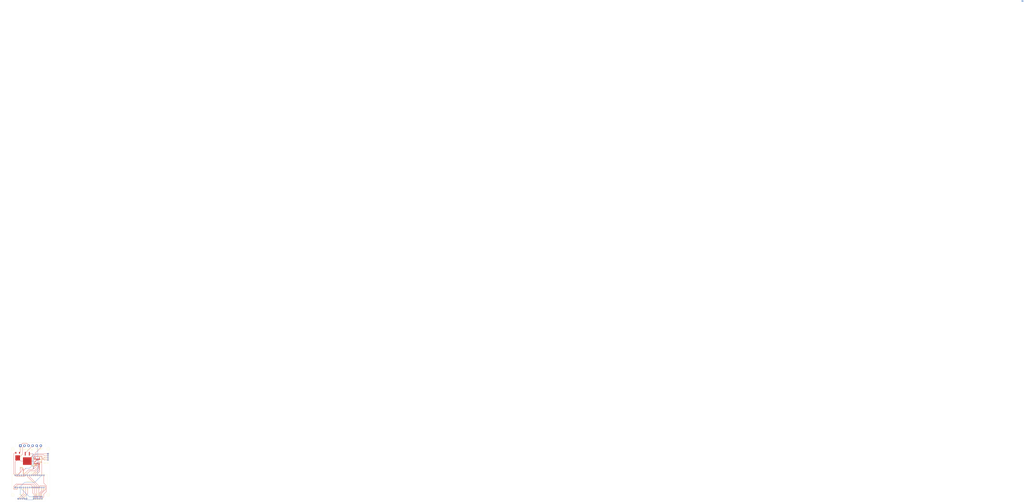
<source format=kicad_pcb>
(kicad_pcb (version 20171130) (host pcbnew "(5.1.9-0-10_14)")

  (general
    (thickness 1.6)
    (drawings 79)
    (tracks 228)
    (zones 0)
    (modules 21)
    (nets 1)
  )

  (page A4)
  (layers
    (0 F.Cu signal)
    (31 B.Cu signal)
    (33 F.Adhes user)
    (35 F.Paste user)
    (37 F.SilkS user)
    (38 B.Mask user)
    (39 F.Mask user)
    (40 Dwgs.User user)
    (41 Cmts.User user hide)
    (42 Eco1.User user)
    (43 Eco2.User user)
    (44 Edge.Cuts user)
    (45 Margin user)
    (46 B.CrtYd user)
    (47 F.CrtYd user)
    (49 F.Fab user hide)
  )

  (setup
    (last_trace_width 0.25)
    (trace_clearance 0.2)
    (zone_clearance 0.508)
    (zone_45_only no)
    (trace_min 0.2)
    (via_size 0.8)
    (via_drill 0.4)
    (via_min_size 0.4)
    (via_min_drill 0.3)
    (uvia_size 0.3)
    (uvia_drill 0.1)
    (uvias_allowed no)
    (uvia_min_size 0.2)
    (uvia_min_drill 0.1)
    (edge_width 0.05)
    (segment_width 0.2)
    (pcb_text_width 0.3)
    (pcb_text_size 1.5 1.5)
    (mod_edge_width 0.12)
    (mod_text_size 1 1)
    (mod_text_width 0.15)
    (pad_size 1.475 0.4)
    (pad_drill 0)
    (pad_to_mask_clearance 0)
    (aux_axis_origin 127 44.45)
    (grid_origin 127 44.45)
    (visible_elements FFFFFF7F)
    (pcbplotparams
      (layerselection 0x010e8_ffffffff)
      (usegerberextensions false)
      (usegerberattributes false)
      (usegerberadvancedattributes false)
      (creategerberjobfile true)
      (excludeedgelayer true)
      (linewidth 0.100000)
      (plotframeref false)
      (viasonmask false)
      (mode 1)
      (useauxorigin false)
      (hpglpennumber 1)
      (hpglpenspeed 20)
      (hpglpendiameter 15.000000)
      (psnegative false)
      (psa4output false)
      (plotreference true)
      (plotvalue true)
      (plotinvisibletext false)
      (padsonsilk false)
      (subtractmaskfromsilk false)
      (outputformat 1)
      (mirror false)
      (drillshape 0)
      (scaleselection 1)
      (outputdirectory "./"))
  )

  (net 0 "")

  (net_class Default "This is the default net class."
    (clearance 0.2)
    (trace_width 0.25)
    (via_dia 0.8)
    (via_drill 0.4)
    (uvia_dia 0.3)
    (uvia_drill 0.1)
  )

  (net_class 5V ""
    (clearance 0.2)
    (trace_width 0.25)
    (via_dia 0.8)
    (via_drill 0.4)
    (uvia_dia 0.3)
    (uvia_drill 0.1)
  )

  (net_class 9V ""
    (clearance 0.2)
    (trace_width 0.25)
    (via_dia 0.8)
    (via_drill 0.4)
    (uvia_dia 0.3)
    (uvia_drill 0.1)
  )

  (module Capacitor_SMD:C_0201_0603Metric (layer F.Cu) (tedit 5F68FEEE) (tstamp 6036F7D4)
    (at 158.75 72.898)
    (descr "Capacitor SMD 0201 (0603 Metric), square (rectangular) end terminal, IPC_7351 nominal, (Body size source: https://www.vishay.com/docs/20052/crcw0201e3.pdf), generated with kicad-footprint-generator")
    (tags capacitor)
    (attr smd)
    (fp_text reference REF** (at 0 -1.05) (layer F.SilkS)
      (effects (font (size 1 1) (thickness 0.15)))
    )
    (fp_text value C_0201_0603Metric (at 0 1.05) (layer F.Fab)
      (effects (font (size 1 1) (thickness 0.15)))
    )
    (fp_text user %R (at 0 -0.68) (layer F.Fab)
      (effects (font (size 0.25 0.25) (thickness 0.04)))
    )
    (fp_line (start -0.3 0.15) (end -0.3 -0.15) (layer F.Fab) (width 0.1))
    (fp_line (start -0.3 -0.15) (end 0.3 -0.15) (layer F.Fab) (width 0.1))
    (fp_line (start 0.3 -0.15) (end 0.3 0.15) (layer F.Fab) (width 0.1))
    (fp_line (start 0.3 0.15) (end -0.3 0.15) (layer F.Fab) (width 0.1))
    (fp_line (start -0.7 0.35) (end -0.7 -0.35) (layer F.CrtYd) (width 0.05))
    (fp_line (start -0.7 -0.35) (end 0.7 -0.35) (layer F.CrtYd) (width 0.05))
    (fp_line (start 0.7 -0.35) (end 0.7 0.35) (layer F.CrtYd) (width 0.05))
    (fp_line (start 0.7 0.35) (end -0.7 0.35) (layer F.CrtYd) (width 0.05))
    (pad 2 smd roundrect (at 0.32 0) (size 0.46 0.4) (layers F.Cu F.Mask) (roundrect_rratio 0.25))
    (pad 1 smd roundrect (at -0.32 0) (size 0.46 0.4) (layers F.Cu F.Mask) (roundrect_rratio 0.25))
    (pad "" smd roundrect (at 0.345 0) (size 0.318 0.36) (layers F.Paste) (roundrect_rratio 0.25))
    (pad "" smd roundrect (at -0.345 0) (size 0.318 0.36) (layers F.Paste) (roundrect_rratio 0.25))
    (model ${KISYS3DMOD}/Capacitor_SMD.3dshapes/C_0201_0603Metric.wrl
      (at (xyz 0 0 0))
      (scale (xyz 1 1 1))
      (rotate (xyz 0 0 0))
    )
  )

  (module Resistor_SMD:R_0201_0603Metric (layer F.Cu) (tedit 5F68FEEE) (tstamp 6036F67B)
    (at 154.686 75.184)
    (descr "Resistor SMD 0201 (0603 Metric), square (rectangular) end terminal, IPC_7351 nominal, (Body size source: https://www.vishay.com/docs/20052/crcw0201e3.pdf), generated with kicad-footprint-generator")
    (tags resistor)
    (attr smd)
    (fp_text reference REF** (at 0 -1.05) (layer F.SilkS)
      (effects (font (size 1 1) (thickness 0.15)))
    )
    (fp_text value R_0201_0603Metric (at 0 1.05) (layer F.Fab)
      (effects (font (size 1 1) (thickness 0.15)))
    )
    (fp_text user %R (at 0 -0.68) (layer F.Fab)
      (effects (font (size 0.25 0.25) (thickness 0.04)))
    )
    (fp_line (start -0.3 0.15) (end -0.3 -0.15) (layer F.Fab) (width 0.1))
    (fp_line (start -0.3 -0.15) (end 0.3 -0.15) (layer F.Fab) (width 0.1))
    (fp_line (start 0.3 -0.15) (end 0.3 0.15) (layer F.Fab) (width 0.1))
    (fp_line (start 0.3 0.15) (end -0.3 0.15) (layer F.Fab) (width 0.1))
    (fp_line (start -0.7 0.35) (end -0.7 -0.35) (layer F.CrtYd) (width 0.05))
    (fp_line (start -0.7 -0.35) (end 0.7 -0.35) (layer F.CrtYd) (width 0.05))
    (fp_line (start 0.7 -0.35) (end 0.7 0.35) (layer F.CrtYd) (width 0.05))
    (fp_line (start 0.7 0.35) (end -0.7 0.35) (layer F.CrtYd) (width 0.05))
    (pad 2 smd roundrect (at 0.32 0) (size 0.46 0.4) (layers F.Cu F.Mask) (roundrect_rratio 0.25))
    (pad 1 smd roundrect (at -0.32 0) (size 0.46 0.4) (layers F.Cu F.Mask) (roundrect_rratio 0.25))
    (pad "" smd roundrect (at 0.345 0) (size 0.318 0.36) (layers F.Paste) (roundrect_rratio 0.25))
    (pad "" smd roundrect (at -0.345 0) (size 0.318 0.36) (layers F.Paste) (roundrect_rratio 0.25))
    (model ${KISYS3DMOD}/Resistor_SMD.3dshapes/R_0201_0603Metric.wrl
      (at (xyz 0 0 0))
      (scale (xyz 1 1 1))
      (rotate (xyz 0 0 0))
    )
  )

  (module Resistor_SMD:R_0201_0603Metric (layer F.Cu) (tedit 5F68FEEE) (tstamp 6036F5FA)
    (at 154.686 73.914)
    (descr "Resistor SMD 0201 (0603 Metric), square (rectangular) end terminal, IPC_7351 nominal, (Body size source: https://www.vishay.com/docs/20052/crcw0201e3.pdf), generated with kicad-footprint-generator")
    (tags resistor)
    (attr smd)
    (fp_text reference REF** (at 0 -1.05) (layer F.SilkS)
      (effects (font (size 1 1) (thickness 0.15)))
    )
    (fp_text value R_0201_0603Metric (at 0 1.05) (layer F.Fab)
      (effects (font (size 1 1) (thickness 0.15)))
    )
    (fp_text user %R (at 0 -0.68) (layer F.Fab)
      (effects (font (size 0.25 0.25) (thickness 0.04)))
    )
    (fp_line (start -0.3 0.15) (end -0.3 -0.15) (layer F.Fab) (width 0.1))
    (fp_line (start -0.3 -0.15) (end 0.3 -0.15) (layer F.Fab) (width 0.1))
    (fp_line (start 0.3 -0.15) (end 0.3 0.15) (layer F.Fab) (width 0.1))
    (fp_line (start 0.3 0.15) (end -0.3 0.15) (layer F.Fab) (width 0.1))
    (fp_line (start -0.7 0.35) (end -0.7 -0.35) (layer F.CrtYd) (width 0.05))
    (fp_line (start -0.7 -0.35) (end 0.7 -0.35) (layer F.CrtYd) (width 0.05))
    (fp_line (start 0.7 -0.35) (end 0.7 0.35) (layer F.CrtYd) (width 0.05))
    (fp_line (start 0.7 0.35) (end -0.7 0.35) (layer F.CrtYd) (width 0.05))
    (pad 2 smd roundrect (at 0.32 0) (size 0.46 0.4) (layers F.Cu F.Mask) (roundrect_rratio 0.25))
    (pad 1 smd roundrect (at -0.32 0) (size 0.46 0.4) (layers F.Cu F.Mask) (roundrect_rratio 0.25))
    (pad "" smd roundrect (at 0.345 0) (size 0.318 0.36) (layers F.Paste) (roundrect_rratio 0.25))
    (pad "" smd roundrect (at -0.345 0) (size 0.318 0.36) (layers F.Paste) (roundrect_rratio 0.25))
    (model ${KISYS3DMOD}/Resistor_SMD.3dshapes/R_0201_0603Metric.wrl
      (at (xyz 0 0 0))
      (scale (xyz 1 1 1))
      (rotate (xyz 0 0 0))
    )
  )

  (module Capacitor_SMD:C_0201_0603Metric (layer F.Cu) (tedit 5F68FEEE) (tstamp 6036F4DB)
    (at 156.972 72.898)
    (descr "Capacitor SMD 0201 (0603 Metric), square (rectangular) end terminal, IPC_7351 nominal, (Body size source: https://www.vishay.com/docs/20052/crcw0201e3.pdf), generated with kicad-footprint-generator")
    (tags capacitor)
    (attr smd)
    (fp_text reference REF** (at 0 -1.05) (layer F.SilkS)
      (effects (font (size 1 1) (thickness 0.15)))
    )
    (fp_text value C_0201_0603Metric (at 0 1.05) (layer F.Fab)
      (effects (font (size 1 1) (thickness 0.15)))
    )
    (fp_text user %R (at 0 -0.68) (layer F.Fab)
      (effects (font (size 0.25 0.25) (thickness 0.04)))
    )
    (fp_line (start -0.3 0.15) (end -0.3 -0.15) (layer F.Fab) (width 0.1))
    (fp_line (start -0.3 -0.15) (end 0.3 -0.15) (layer F.Fab) (width 0.1))
    (fp_line (start 0.3 -0.15) (end 0.3 0.15) (layer F.Fab) (width 0.1))
    (fp_line (start 0.3 0.15) (end -0.3 0.15) (layer F.Fab) (width 0.1))
    (fp_line (start -0.7 0.35) (end -0.7 -0.35) (layer F.CrtYd) (width 0.05))
    (fp_line (start -0.7 -0.35) (end 0.7 -0.35) (layer F.CrtYd) (width 0.05))
    (fp_line (start 0.7 -0.35) (end 0.7 0.35) (layer F.CrtYd) (width 0.05))
    (fp_line (start 0.7 0.35) (end -0.7 0.35) (layer F.CrtYd) (width 0.05))
    (pad 2 smd roundrect (at 0.32 0) (size 0.46 0.4) (layers F.Cu F.Mask) (roundrect_rratio 0.25))
    (pad 1 smd roundrect (at -0.32 0) (size 0.46 0.4) (layers F.Cu F.Mask) (roundrect_rratio 0.25))
    (pad "" smd roundrect (at 0.345 0) (size 0.318 0.36) (layers F.Paste) (roundrect_rratio 0.25))
    (pad "" smd roundrect (at -0.345 0) (size 0.318 0.36) (layers F.Paste) (roundrect_rratio 0.25))
    (model ${KISYS3DMOD}/Capacitor_SMD.3dshapes/C_0201_0603Metric.wrl
      (at (xyz 0 0 0))
      (scale (xyz 1 1 1))
      (rotate (xyz 0 0 0))
    )
  )

  (module Resistor_SMD:R_0201_0603Metric (layer F.Cu) (tedit 5F68FEEE) (tstamp 6036F07C)
    (at 140.716 77.47)
    (descr "Resistor SMD 0201 (0603 Metric), square (rectangular) end terminal, IPC_7351 nominal, (Body size source: https://www.vishay.com/docs/20052/crcw0201e3.pdf), generated with kicad-footprint-generator")
    (tags resistor)
    (attr smd)
    (fp_text reference R2 (at 0 -1.05) (layer F.SilkS)
      (effects (font (size 1 1) (thickness 0.15)))
    )
    (fp_text value R_0201_0603Metric (at 0 1.05) (layer F.Fab)
      (effects (font (size 1 1) (thickness 0.15)))
    )
    (fp_text user %R (at 0 -0.68) (layer F.Fab)
      (effects (font (size 0.25 0.25) (thickness 0.04)))
    )
    (fp_line (start -0.3 0.15) (end -0.3 -0.15) (layer F.Fab) (width 0.1))
    (fp_line (start -0.3 -0.15) (end 0.3 -0.15) (layer F.Fab) (width 0.1))
    (fp_line (start 0.3 -0.15) (end 0.3 0.15) (layer F.Fab) (width 0.1))
    (fp_line (start 0.3 0.15) (end -0.3 0.15) (layer F.Fab) (width 0.1))
    (fp_line (start -0.7 0.35) (end -0.7 -0.35) (layer F.CrtYd) (width 0.05))
    (fp_line (start -0.7 -0.35) (end 0.7 -0.35) (layer F.CrtYd) (width 0.05))
    (fp_line (start 0.7 -0.35) (end 0.7 0.35) (layer F.CrtYd) (width 0.05))
    (fp_line (start 0.7 0.35) (end -0.7 0.35) (layer F.CrtYd) (width 0.05))
    (pad 2 smd roundrect (at 0.32 0) (size 0.46 0.4) (layers F.Cu F.Mask) (roundrect_rratio 0.25))
    (pad 1 smd roundrect (at -0.32 0) (size 0.46 0.4) (layers F.Cu F.Mask) (roundrect_rratio 0.25))
    (pad "" smd roundrect (at 0.345 0) (size 0.318 0.36) (layers F.Paste) (roundrect_rratio 0.25))
    (pad "" smd roundrect (at -0.345 0) (size 0.318 0.36) (layers F.Paste) (roundrect_rratio 0.25))
    (model ${KISYS3DMOD}/Resistor_SMD.3dshapes/R_0201_0603Metric.wrl
      (at (xyz 0 0 0))
      (scale (xyz 1 1 1))
      (rotate (xyz 0 0 0))
    )
  )

  (module Resistor_SMD:R_0201_0603Metric (layer F.Cu) (tedit 5F68FEEE) (tstamp 6036EE10)
    (at 140.716 75.946)
    (descr "Resistor SMD 0201 (0603 Metric), square (rectangular) end terminal, IPC_7351 nominal, (Body size source: https://www.vishay.com/docs/20052/crcw0201e3.pdf), generated with kicad-footprint-generator")
    (tags resistor)
    (attr smd)
    (fp_text reference R1 (at 0 -1.05) (layer F.SilkS)
      (effects (font (size 1 1) (thickness 0.15)))
    )
    (fp_text value R_0201_0603Metric (at 0 1.05) (layer F.Fab)
      (effects (font (size 1 1) (thickness 0.15)))
    )
    (fp_text user %R (at 0 -0.68) (layer F.Fab)
      (effects (font (size 0.25 0.25) (thickness 0.04)))
    )
    (fp_line (start -0.3 0.15) (end -0.3 -0.15) (layer F.Fab) (width 0.1))
    (fp_line (start -0.3 -0.15) (end 0.3 -0.15) (layer F.Fab) (width 0.1))
    (fp_line (start 0.3 -0.15) (end 0.3 0.15) (layer F.Fab) (width 0.1))
    (fp_line (start 0.3 0.15) (end -0.3 0.15) (layer F.Fab) (width 0.1))
    (fp_line (start -0.7 0.35) (end -0.7 -0.35) (layer F.CrtYd) (width 0.05))
    (fp_line (start -0.7 -0.35) (end 0.7 -0.35) (layer F.CrtYd) (width 0.05))
    (fp_line (start 0.7 -0.35) (end 0.7 0.35) (layer F.CrtYd) (width 0.05))
    (fp_line (start 0.7 0.35) (end -0.7 0.35) (layer F.CrtYd) (width 0.05))
    (pad 2 smd roundrect (at 0.32 0) (size 0.46 0.4) (layers F.Cu F.Mask) (roundrect_rratio 0.25))
    (pad 1 smd roundrect (at -0.32 0) (size 0.46 0.4) (layers F.Cu F.Mask) (roundrect_rratio 0.25))
    (pad "" smd roundrect (at 0.345 0) (size 0.318 0.36) (layers F.Paste) (roundrect_rratio 0.25))
    (pad "" smd roundrect (at -0.345 0) (size 0.318 0.36) (layers F.Paste) (roundrect_rratio 0.25))
    (model ${KISYS3DMOD}/Resistor_SMD.3dshapes/R_0201_0603Metric.wrl
      (at (xyz 0 0 0))
      (scale (xyz 1 1 1))
      (rotate (xyz 0 0 0))
    )
  )

  (module Battery:Battery_CR1225 (layer F.Cu) (tedit 5B93F51B) (tstamp 6036E9D5)
    (at 141.986 75.946)
    (descr "CR1225 battery")
    (tags "battery CR1225 coin cell")
    (attr virtual)
    (fp_text reference REF** (at 0 -1) (layer F.SilkS) hide
      (effects (font (size 1 1) (thickness 0.15)))
    )
    (fp_text value Battery_CR1225 (at 0 0.5) (layer F.Fab)
      (effects (font (size 1 1) (thickness 0.15)))
    )
    (fp_circle (center 0 0) (end 6.25 0) (layer F.Fab) (width 0.1))
    (model ${KISYS3DMOD}/Battery.3dshapes/Battery_CR1225.wrl
      (at (xyz 0 0 0))
      (scale (xyz 1 1 1))
      (rotate (xyz 0 0 0))
    )
  )

  (module LED_SMD:LED_0201_0603Metric (layer F.Cu) (tedit 5F68FEF1) (tstamp 6036E831)
    (at 138.43 75.946)
    (descr "LED SMD 0201 (0603 Metric), square (rectangular) end terminal, IPC_7351 nominal, (Body size source: https://www.vishay.com/docs/20052/crcw0201e3.pdf), generated with kicad-footprint-generator")
    (tags LED)
    (attr smd)
    (fp_text reference LED (at 0 -1.05) (layer F.SilkS)
      (effects (font (size 1 1) (thickness 0.15)))
    )
    (fp_text value LED_0201_0603Metric (at 0 1.05) (layer F.Fab)
      (effects (font (size 1 1) (thickness 0.15)))
    )
    (fp_text user %R (at 0 -0.68) (layer F.Fab)
      (effects (font (size 0.25 0.25) (thickness 0.04)))
    )
    (fp_circle (center -0.86 0) (end -0.81 0) (layer F.SilkS) (width 0.1))
    (fp_line (start -0.3 0.15) (end -0.3 -0.15) (layer F.Fab) (width 0.1))
    (fp_line (start -0.3 -0.15) (end 0.3 -0.15) (layer F.Fab) (width 0.1))
    (fp_line (start 0.3 -0.15) (end 0.3 0.15) (layer F.Fab) (width 0.1))
    (fp_line (start 0.3 0.15) (end -0.3 0.15) (layer F.Fab) (width 0.1))
    (fp_line (start -0.2 0.15) (end -0.2 -0.15) (layer F.Fab) (width 0.1))
    (fp_line (start -0.1 0.15) (end -0.1 -0.15) (layer F.Fab) (width 0.1))
    (fp_line (start -0.7 0.35) (end -0.7 -0.35) (layer F.CrtYd) (width 0.05))
    (fp_line (start -0.7 -0.35) (end 0.7 -0.35) (layer F.CrtYd) (width 0.05))
    (fp_line (start 0.7 -0.35) (end 0.7 0.35) (layer F.CrtYd) (width 0.05))
    (fp_line (start 0.7 0.35) (end -0.7 0.35) (layer F.CrtYd) (width 0.05))
    (pad 2 smd roundrect (at 0.32 0) (size 0.46 0.4) (layers F.Cu F.Mask) (roundrect_rratio 0.25))
    (pad 1 smd roundrect (at -0.32 0) (size 0.46 0.4) (layers F.Cu F.Mask) (roundrect_rratio 0.25))
    (pad "" smd roundrect (at 0.345 0) (size 0.318 0.36) (layers F.Paste) (roundrect_rratio 0.25))
    (pad "" smd roundrect (at -0.345 0) (size 0.318 0.36) (layers F.Paste) (roundrect_rratio 0.25))
    (model ${KISYS3DMOD}/LED_SMD.3dshapes/LED_0201_0603Metric.wrl
      (at (xyz 0 0 0))
      (scale (xyz 1 1 1))
      (rotate (xyz 0 0 0))
    )
  )

  (module Package_TO_SOT_SMD:TO-263-2 (layer F.Cu) (tedit 5A70FB7B) (tstamp 6036D9CC)
    (at 147 64.075 270)
    (descr "TO-263 / D2PAK / DDPAK SMD package, http://www.infineon.com/cms/en/product/packages/PG-TO263/PG-TO263-3-1/")
    (tags "D2PAK DDPAK TO-263 D2PAK-3 TO-263-3 SOT-404")
    (attr smd)
    (fp_text reference REF** (at 0 -6.65 90) (layer F.SilkS)
      (effects (font (size 1 1) (thickness 0.15)))
    )
    (fp_text value TO-263-2 (at 0 6.65 90) (layer F.Fab)
      (effects (font (size 1 1) (thickness 0.15)))
    )
    (fp_text user %R (at 0 0 90) (layer F.Fab)
      (effects (font (size 1 1) (thickness 0.15)))
    )
    (fp_line (start 6.5 -5) (end 7.5 -5) (layer F.Fab) (width 0.1))
    (fp_line (start 7.5 -5) (end 7.5 5) (layer F.Fab) (width 0.1))
    (fp_line (start 7.5 5) (end 6.5 5) (layer F.Fab) (width 0.1))
    (fp_line (start 6.5 -5) (end 6.5 5) (layer F.Fab) (width 0.1))
    (fp_line (start 6.5 5) (end -2.75 5) (layer F.Fab) (width 0.1))
    (fp_line (start -2.75 5) (end -2.75 -4) (layer F.Fab) (width 0.1))
    (fp_line (start -2.75 -4) (end -1.75 -5) (layer F.Fab) (width 0.1))
    (fp_line (start -1.75 -5) (end 6.5 -5) (layer F.Fab) (width 0.1))
    (fp_line (start -2.75 -3.04) (end -7.45 -3.04) (layer F.Fab) (width 0.1))
    (fp_line (start -7.45 -3.04) (end -7.45 -2.04) (layer F.Fab) (width 0.1))
    (fp_line (start -7.45 -2.04) (end -2.75 -2.04) (layer F.Fab) (width 0.1))
    (fp_line (start -2.75 2.04) (end -7.45 2.04) (layer F.Fab) (width 0.1))
    (fp_line (start -7.45 2.04) (end -7.45 3.04) (layer F.Fab) (width 0.1))
    (fp_line (start -7.45 3.04) (end -2.75 3.04) (layer F.Fab) (width 0.1))
    (fp_line (start -1.45 -5.2) (end -2.95 -5.2) (layer F.SilkS) (width 0.12))
    (fp_line (start -2.95 -5.2) (end -2.95 -3.39) (layer F.SilkS) (width 0.12))
    (fp_line (start -2.95 -3.39) (end -8.075 -3.39) (layer F.SilkS) (width 0.12))
    (fp_line (start -1.45 5.2) (end -2.95 5.2) (layer F.SilkS) (width 0.12))
    (fp_line (start -2.95 5.2) (end -2.95 3.39) (layer F.SilkS) (width 0.12))
    (fp_line (start -2.95 3.39) (end -4.05 3.39) (layer F.SilkS) (width 0.12))
    (fp_line (start -8.32 -5.65) (end -8.32 5.65) (layer F.CrtYd) (width 0.05))
    (fp_line (start -8.32 5.65) (end 8.32 5.65) (layer F.CrtYd) (width 0.05))
    (fp_line (start 8.32 5.65) (end 8.32 -5.65) (layer F.CrtYd) (width 0.05))
    (fp_line (start 8.32 -5.65) (end -8.32 -5.65) (layer F.CrtYd) (width 0.05))
    (pad "" smd rect (at 0.95 2.775 270) (size 4.55 5.25) (layers F.Paste))
    (pad "" smd rect (at 5.8 -2.775 270) (size 4.55 5.25) (layers F.Paste))
    (pad "" smd rect (at 0.95 -2.775 270) (size 4.55 5.25) (layers F.Paste))
    (pad "" smd rect (at 5.8 2.775 270) (size 4.55 5.25) (layers F.Paste))
    (pad 2 smd rect (at 3.375 0 270) (size 9.4 10.8) (layers F.Cu F.Mask))
    (pad 3 smd rect (at -5.775 2.54 270) (size 4.6 1.1) (layers F.Cu F.Paste F.Mask))
    (pad 1 smd rect (at -5.775 -2.54 270) (size 4.6 1.1) (layers F.Cu F.Paste F.Mask))
    (model ${KISYS3DMOD}/Package_TO_SOT_SMD.3dshapes/TO-263-2.wrl
      (at (xyz 0 0 0))
      (scale (xyz 1 1 1))
      (rotate (xyz 0 0 0))
    )
  )

  (module Package_TO_SOT_SMD:TO-252-2 (layer F.Cu) (tedit 5A70A390) (tstamp 6036CCDD)
    (at 135 61.35 270)
    (descr "TO-252 / DPAK SMD package, http://www.infineon.com/cms/en/product/packages/PG-TO252/PG-TO252-3-1/")
    (tags "DPAK TO-252 DPAK-3 TO-252-3 SOT-428")
    (attr smd)
    (fp_text reference REF** (at 0 -4.5 90) (layer F.SilkS)
      (effects (font (size 1 1) (thickness 0.15)))
    )
    (fp_text value TO-252-2 (at 0 4.5 90) (layer F.Fab)
      (effects (font (size 1 1) (thickness 0.15)))
    )
    (fp_line (start 5.55 -3.5) (end -5.55 -3.5) (layer F.CrtYd) (width 0.05))
    (fp_line (start 5.55 3.5) (end 5.55 -3.5) (layer F.CrtYd) (width 0.05))
    (fp_line (start -5.55 3.5) (end 5.55 3.5) (layer F.CrtYd) (width 0.05))
    (fp_line (start -5.55 -3.5) (end -5.55 3.5) (layer F.CrtYd) (width 0.05))
    (fp_line (start -2.47 3.18) (end -3.57 3.18) (layer F.SilkS) (width 0.12))
    (fp_line (start -2.47 3.45) (end -2.47 3.18) (layer F.SilkS) (width 0.12))
    (fp_line (start -0.97 3.45) (end -2.47 3.45) (layer F.SilkS) (width 0.12))
    (fp_line (start -2.47 -3.18) (end -5.3 -3.18) (layer F.SilkS) (width 0.12))
    (fp_line (start -2.47 -3.45) (end -2.47 -3.18) (layer F.SilkS) (width 0.12))
    (fp_line (start -0.97 -3.45) (end -2.47 -3.45) (layer F.SilkS) (width 0.12))
    (fp_line (start -4.97 2.655) (end -2.27 2.655) (layer F.Fab) (width 0.1))
    (fp_line (start -4.97 1.905) (end -4.97 2.655) (layer F.Fab) (width 0.1))
    (fp_line (start -2.27 1.905) (end -4.97 1.905) (layer F.Fab) (width 0.1))
    (fp_line (start -4.97 -1.905) (end -2.27 -1.905) (layer F.Fab) (width 0.1))
    (fp_line (start -4.97 -2.655) (end -4.97 -1.905) (layer F.Fab) (width 0.1))
    (fp_line (start -1.865 -2.655) (end -4.97 -2.655) (layer F.Fab) (width 0.1))
    (fp_line (start -1.27 -3.25) (end 3.95 -3.25) (layer F.Fab) (width 0.1))
    (fp_line (start -2.27 -2.25) (end -1.27 -3.25) (layer F.Fab) (width 0.1))
    (fp_line (start -2.27 3.25) (end -2.27 -2.25) (layer F.Fab) (width 0.1))
    (fp_line (start 3.95 3.25) (end -2.27 3.25) (layer F.Fab) (width 0.1))
    (fp_line (start 3.95 -3.25) (end 3.95 3.25) (layer F.Fab) (width 0.1))
    (fp_line (start 4.95 2.7) (end 3.95 2.7) (layer F.Fab) (width 0.1))
    (fp_line (start 4.95 -2.7) (end 4.95 2.7) (layer F.Fab) (width 0.1))
    (fp_line (start 3.95 -2.7) (end 4.95 -2.7) (layer F.Fab) (width 0.1))
    (fp_text user %R (at 0 0 90) (layer F.Fab)
      (effects (font (size 1 1) (thickness 0.15)))
    )
    (pad "" smd rect (at 0.425 1.525 270) (size 3.05 2.75) (layers F.Paste))
    (pad "" smd rect (at 3.775 -1.525 270) (size 3.05 2.75) (layers F.Paste))
    (pad "" smd rect (at 0.425 -1.525 270) (size 3.05 2.75) (layers F.Paste))
    (pad "" smd rect (at 3.775 1.525 270) (size 3.05 2.75) (layers F.Paste))
    (pad 2 smd rect (at 2.1 0 270) (size 6.4 5.8) (layers F.Cu F.Mask))
    (pad 3 smd rect (at -4.2 2.28 270) (size 2.2 1.2) (layers F.Cu F.Paste F.Mask))
    (pad 1 smd rect (at -4.2 -2.28 270) (size 2.2 1.2) (layers F.Cu F.Paste F.Mask))
    (model ${KISYS3DMOD}/Package_TO_SOT_SMD.3dshapes/TO-252-2.wrl
      (at (xyz 0 0 0))
      (scale (xyz 1 1 1))
      (rotate (xyz 0 0 0))
    )
  )

  (module Capacitor_SMD:C_0201_0603Metric (layer F.Cu) (tedit 5F68FEEE) (tstamp 6036B64F)
    (at 162.306 62.992)
    (descr "Capacitor SMD 0201 (0603 Metric), square (rectangular) end terminal, IPC_7351 nominal, (Body size source: https://www.vishay.com/docs/20052/crcw0201e3.pdf), generated with kicad-footprint-generator")
    (tags capacitor)
    (attr smd)
    (fp_text reference REF** (at 0 -1.05) (layer F.SilkS)
      (effects (font (size 1 1) (thickness 0.15)))
    )
    (fp_text value C_0201_0603Metric (at 0 1.05) (layer F.Fab)
      (effects (font (size 1 1) (thickness 0.15)))
    )
    (fp_line (start 0.7 0.35) (end -0.7 0.35) (layer F.CrtYd) (width 0.05))
    (fp_line (start 0.7 -0.35) (end 0.7 0.35) (layer F.CrtYd) (width 0.05))
    (fp_line (start -0.7 -0.35) (end 0.7 -0.35) (layer F.CrtYd) (width 0.05))
    (fp_line (start -0.7 0.35) (end -0.7 -0.35) (layer F.CrtYd) (width 0.05))
    (fp_line (start 0.3 0.15) (end -0.3 0.15) (layer F.Fab) (width 0.1))
    (fp_line (start 0.3 -0.15) (end 0.3 0.15) (layer F.Fab) (width 0.1))
    (fp_line (start -0.3 -0.15) (end 0.3 -0.15) (layer F.Fab) (width 0.1))
    (fp_line (start -0.3 0.15) (end -0.3 -0.15) (layer F.Fab) (width 0.1))
    (fp_text user %R (at 0 -0.68) (layer F.Fab)
      (effects (font (size 0.25 0.25) (thickness 0.04)))
    )
    (pad 2 smd roundrect (at 0.32 0) (size 0.46 0.4) (layers F.Cu F.Mask) (roundrect_rratio 0.25))
    (pad 1 smd roundrect (at -0.32 0) (size 0.46 0.4) (layers F.Cu F.Mask) (roundrect_rratio 0.25))
    (pad "" smd roundrect (at 0.345 0) (size 0.318 0.36) (layers F.Paste) (roundrect_rratio 0.25))
    (pad "" smd roundrect (at -0.345 0) (size 0.318 0.36) (layers F.Paste) (roundrect_rratio 0.25))
    (model ${KISYS3DMOD}/Capacitor_SMD.3dshapes/C_0201_0603Metric.wrl
      (at (xyz 0 0 0))
      (scale (xyz 1 1 1))
      (rotate (xyz 0 0 0))
    )
  )

  (module Capacitor_SMD:C_0201_0603Metric (layer F.Cu) (tedit 5F68FEEE) (tstamp 6036B41C)
    (at 166.624 64.77 90)
    (descr "Capacitor SMD 0201 (0603 Metric), square (rectangular) end terminal, IPC_7351 nominal, (Body size source: https://www.vishay.com/docs/20052/crcw0201e3.pdf), generated with kicad-footprint-generator")
    (tags capacitor)
    (attr smd)
    (fp_text reference REF** (at 0 -1.05 90) (layer F.SilkS)
      (effects (font (size 1 1) (thickness 0.15)))
    )
    (fp_text value C_0201_0603Metric (at 0 1.05 90) (layer F.Fab)
      (effects (font (size 1 1) (thickness 0.15)))
    )
    (fp_line (start 0.7 0.35) (end -0.7 0.35) (layer F.CrtYd) (width 0.05))
    (fp_line (start 0.7 -0.35) (end 0.7 0.35) (layer F.CrtYd) (width 0.05))
    (fp_line (start -0.7 -0.35) (end 0.7 -0.35) (layer F.CrtYd) (width 0.05))
    (fp_line (start -0.7 0.35) (end -0.7 -0.35) (layer F.CrtYd) (width 0.05))
    (fp_line (start 0.3 0.15) (end -0.3 0.15) (layer F.Fab) (width 0.1))
    (fp_line (start 0.3 -0.15) (end 0.3 0.15) (layer F.Fab) (width 0.1))
    (fp_line (start -0.3 -0.15) (end 0.3 -0.15) (layer F.Fab) (width 0.1))
    (fp_line (start -0.3 0.15) (end -0.3 -0.15) (layer F.Fab) (width 0.1))
    (fp_text user %R (at 0 -0.68 90) (layer F.Fab)
      (effects (font (size 0.25 0.25) (thickness 0.04)))
    )
    (pad 2 smd roundrect (at 0.32 0 90) (size 0.46 0.4) (layers F.Cu F.Mask) (roundrect_rratio 0.25))
    (pad 1 smd roundrect (at -0.32 0 90) (size 0.46 0.4) (layers F.Cu F.Mask) (roundrect_rratio 0.25))
    (pad "" smd roundrect (at 0.345 0 90) (size 0.318 0.36) (layers F.Paste) (roundrect_rratio 0.25))
    (pad "" smd roundrect (at -0.345 0 90) (size 0.318 0.36) (layers F.Paste) (roundrect_rratio 0.25))
    (model ${KISYS3DMOD}/Capacitor_SMD.3dshapes/C_0201_0603Metric.wrl
      (at (xyz 0 0 0))
      (scale (xyz 1 1 1))
      (rotate (xyz 0 0 0))
    )
  )

  (module Resistor_SMD:R_0201_0603Metric (layer F.Cu) (tedit 5F68FEEE) (tstamp 6036B37B)
    (at 168.402 66.04)
    (descr "Resistor SMD 0201 (0603 Metric), square (rectangular) end terminal, IPC_7351 nominal, (Body size source: https://www.vishay.com/docs/20052/crcw0201e3.pdf), generated with kicad-footprint-generator")
    (tags resistor)
    (attr smd)
    (fp_text reference REF** (at 0 -1.05) (layer F.SilkS)
      (effects (font (size 1 1) (thickness 0.15)))
    )
    (fp_text value R_0201_0603Metric (at 0 1.05) (layer F.Fab)
      (effects (font (size 1 1) (thickness 0.15)))
    )
    (fp_line (start 0.7 0.35) (end -0.7 0.35) (layer F.CrtYd) (width 0.05))
    (fp_line (start 0.7 -0.35) (end 0.7 0.35) (layer F.CrtYd) (width 0.05))
    (fp_line (start -0.7 -0.35) (end 0.7 -0.35) (layer F.CrtYd) (width 0.05))
    (fp_line (start -0.7 0.35) (end -0.7 -0.35) (layer F.CrtYd) (width 0.05))
    (fp_line (start 0.3 0.15) (end -0.3 0.15) (layer F.Fab) (width 0.1))
    (fp_line (start 0.3 -0.15) (end 0.3 0.15) (layer F.Fab) (width 0.1))
    (fp_line (start -0.3 -0.15) (end 0.3 -0.15) (layer F.Fab) (width 0.1))
    (fp_line (start -0.3 0.15) (end -0.3 -0.15) (layer F.Fab) (width 0.1))
    (fp_text user %R (at 0 -0.68) (layer F.Fab)
      (effects (font (size 0.25 0.25) (thickness 0.04)))
    )
    (pad 2 smd roundrect (at 0.32 0) (size 0.46 0.4) (layers F.Cu F.Mask) (roundrect_rratio 0.25))
    (pad 1 smd roundrect (at -0.32 0) (size 0.46 0.4) (layers F.Cu F.Mask) (roundrect_rratio 0.25))
    (pad "" smd roundrect (at 0.345 0) (size 0.318 0.36) (layers F.Paste) (roundrect_rratio 0.25))
    (pad "" smd roundrect (at -0.345 0) (size 0.318 0.36) (layers F.Paste) (roundrect_rratio 0.25))
    (model ${KISYS3DMOD}/Resistor_SMD.3dshapes/R_0201_0603Metric.wrl
      (at (xyz 0 0 0))
      (scale (xyz 1 1 1))
      (rotate (xyz 0 0 0))
    )
  )

  (module Resistor_SMD:R_0201_0603Metric (layer F.Cu) (tedit 5F68FEEE) (tstamp 6036B2FA)
    (at 168.402 63.5)
    (descr "Resistor SMD 0201 (0603 Metric), square (rectangular) end terminal, IPC_7351 nominal, (Body size source: https://www.vishay.com/docs/20052/crcw0201e3.pdf), generated with kicad-footprint-generator")
    (tags resistor)
    (attr smd)
    (fp_text reference REF** (at 0 -1.05) (layer F.SilkS)
      (effects (font (size 1 1) (thickness 0.15)))
    )
    (fp_text value R_0201_0603Metric (at 0 1.05) (layer F.Fab)
      (effects (font (size 1 1) (thickness 0.15)))
    )
    (fp_line (start 0.7 0.35) (end -0.7 0.35) (layer F.CrtYd) (width 0.05))
    (fp_line (start 0.7 -0.35) (end 0.7 0.35) (layer F.CrtYd) (width 0.05))
    (fp_line (start -0.7 -0.35) (end 0.7 -0.35) (layer F.CrtYd) (width 0.05))
    (fp_line (start -0.7 0.35) (end -0.7 -0.35) (layer F.CrtYd) (width 0.05))
    (fp_line (start 0.3 0.15) (end -0.3 0.15) (layer F.Fab) (width 0.1))
    (fp_line (start 0.3 -0.15) (end 0.3 0.15) (layer F.Fab) (width 0.1))
    (fp_line (start -0.3 -0.15) (end 0.3 -0.15) (layer F.Fab) (width 0.1))
    (fp_line (start -0.3 0.15) (end -0.3 -0.15) (layer F.Fab) (width 0.1))
    (fp_text user %R (at 0 -0.68) (layer F.Fab)
      (effects (font (size 0.25 0.25) (thickness 0.04)))
    )
    (pad 2 smd roundrect (at 0.32 0) (size 0.46 0.4) (layers F.Cu F.Mask) (roundrect_rratio 0.25))
    (pad 1 smd roundrect (at -0.32 0) (size 0.46 0.4) (layers F.Cu F.Mask) (roundrect_rratio 0.25))
    (pad "" smd roundrect (at 0.345 0) (size 0.318 0.36) (layers F.Paste) (roundrect_rratio 0.25))
    (pad "" smd roundrect (at -0.345 0) (size 0.318 0.36) (layers F.Paste) (roundrect_rratio 0.25))
    (model ${KISYS3DMOD}/Resistor_SMD.3dshapes/R_0201_0603Metric.wrl
      (at (xyz 0 0 0))
      (scale (xyz 1 1 1))
      (rotate (xyz 0 0 0))
    )
  )

  (module Capacitor_SMD:C_0201_0603Metric (layer F.Cu) (tedit 5F68FEEE) (tstamp 60324470)
    (at 156.972 62.992)
    (descr "Capacitor SMD 0201 (0603 Metric), square (rectangular) end terminal, IPC_7351 nominal, (Body size source: https://www.vishay.com/docs/20052/crcw0201e3.pdf), generated with kicad-footprint-generator")
    (tags capacitor)
    (attr smd)
    (fp_text reference C1 (at 0 1.524) (layer F.SilkS)
      (effects (font (size 1 1) (thickness 0.15)))
    )
    (fp_text value C_0201_0603Metric (at 0 1.05) (layer F.Fab)
      (effects (font (size 1 1) (thickness 0.15)))
    )
    (fp_line (start -0.3 0.15) (end -0.3 -0.15) (layer F.Fab) (width 0.1))
    (fp_line (start -0.3 -0.15) (end 0.3 -0.15) (layer F.Fab) (width 0.1))
    (fp_line (start 0.3 -0.15) (end 0.3 0.15) (layer F.Fab) (width 0.1))
    (fp_line (start 0.3 0.15) (end -0.3 0.15) (layer F.Fab) (width 0.1))
    (fp_line (start -0.7 0.35) (end -0.7 -0.35) (layer F.CrtYd) (width 0.05))
    (fp_line (start -0.7 -0.35) (end 0.7 -0.35) (layer F.CrtYd) (width 0.05))
    (fp_line (start 0.7 -0.35) (end 0.7 0.35) (layer F.CrtYd) (width 0.05))
    (fp_line (start 0.7 0.35) (end -0.7 0.35) (layer F.CrtYd) (width 0.05))
    (fp_text user %R (at 0 -0.68) (layer F.Fab)
      (effects (font (size 0.25 0.25) (thickness 0.04)))
    )
    (pad 2 smd roundrect (at 0.32 0) (size 0.46 0.4) (layers F.Cu F.Mask) (roundrect_rratio 0.25))
    (pad 1 smd roundrect (at -0.32 0) (size 0.46 0.4) (layers F.Cu F.Mask) (roundrect_rratio 0.25))
    (pad "" smd roundrect (at 0.345 0) (size 0.318 0.36) (layers F.Paste) (roundrect_rratio 0.25))
    (pad "" smd roundrect (at -0.345 0) (size 0.318 0.36) (layers F.Paste) (roundrect_rratio 0.25))
    (model ${KISYS3DMOD}/Capacitor_SMD.3dshapes/C_0201_0603Metric.wrl
      (at (xyz 0 0 0))
      (scale (xyz 1 1 1))
      (rotate (xyz 0 0 0))
    )
  )

  (module Connector_PinSocket_2.54mm:PinSocket_1x04_P2.54mm_Vertical (layer F.Cu) (tedit 5A19A429) (tstamp 6032312F)
    (at 172.72 58.42)
    (descr "Through hole straight socket strip, 1x04, 2.54mm pitch, single row (from Kicad 4.0.7), script generated")
    (tags "Through hole socket strip THT 1x04 2.54mm single row")
    (fp_text reference "Load cell" (at -2.54 11.43) (layer F.SilkS)
      (effects (font (size 1 1) (thickness 0.15)))
    )
    (fp_text value PinSocket_1x04_P2.54mm_Vertical (at 0 10.39) (layer F.Fab)
      (effects (font (size 1 1) (thickness 0.15)))
    )
    (fp_line (start -1.27 -1.27) (end 0.635 -1.27) (layer F.Fab) (width 0.1))
    (fp_line (start 0.635 -1.27) (end 1.27 -0.635) (layer F.Fab) (width 0.1))
    (fp_line (start 1.27 -0.635) (end 1.27 8.89) (layer F.Fab) (width 0.1))
    (fp_line (start 1.27 8.89) (end -1.27 8.89) (layer F.Fab) (width 0.1))
    (fp_line (start -1.27 8.89) (end -1.27 -1.27) (layer F.Fab) (width 0.1))
    (fp_line (start -1.33 1.27) (end 1.33 1.27) (layer F.SilkS) (width 0.12))
    (fp_line (start -1.33 1.27) (end -1.33 8.95) (layer F.SilkS) (width 0.12))
    (fp_line (start -1.33 8.95) (end 1.33 8.95) (layer F.SilkS) (width 0.12))
    (fp_line (start 1.33 1.27) (end 1.33 8.95) (layer F.SilkS) (width 0.12))
    (fp_line (start 1.33 -1.33) (end 1.33 0) (layer F.SilkS) (width 0.12))
    (fp_line (start 0 -1.33) (end 1.33 -1.33) (layer F.SilkS) (width 0.12))
    (fp_line (start -1.8 -1.8) (end 1.75 -1.8) (layer F.CrtYd) (width 0.05))
    (fp_line (start 1.75 -1.8) (end 1.75 9.4) (layer F.CrtYd) (width 0.05))
    (fp_line (start 1.75 9.4) (end -1.8 9.4) (layer F.CrtYd) (width 0.05))
    (fp_line (start -1.8 9.4) (end -1.8 -1.8) (layer F.CrtYd) (width 0.05))
    (fp_text user %R (at 0 3.81 90) (layer F.Fab)
      (effects (font (size 1 1) (thickness 0.15)))
    )
    (pad 4 thru_hole oval (at 0 7.62) (size 1.7 1.7) (drill 1) (layers *.Cu *.Mask))
    (pad 3 thru_hole oval (at 0 5.08) (size 1.7 1.7) (drill 1) (layers *.Cu *.Mask))
    (pad 2 thru_hole oval (at 0 2.54) (size 1.7 1.7) (drill 1) (layers *.Cu *.Mask))
    (pad 1 thru_hole rect (at 0 0) (size 1.7 1.7) (drill 1) (layers *.Cu *.Mask))
    (model ${KISYS3DMOD}/Connector_PinSocket_2.54mm.3dshapes/PinSocket_1x04_P2.54mm_Vertical.wrl
      (at (xyz 0 0 0))
      (scale (xyz 1 1 1))
      (rotate (xyz 0 0 0))
    )
  )

  (module Package_SO:TSSOP-24_4.4x7.8mm_P0.65mm (layer F.Cu) (tedit 6031BD66) (tstamp 60321D4C)
    (at 158.963 67.8865 270)
    (descr "TSSOP, 24 Pin (JEDEC MO-153 Var AD https://www.jedec.org/document_search?search_api_views_fulltext=MO-153), generated with kicad-footprint-generator ipc_gullwing_generator.py")
    (tags "TSSOP SO")
    (attr smd)
    (fp_text reference ADS1232 (at 0 -4.85 90) (layer F.SilkS)
      (effects (font (size 1 1) (thickness 0.15)))
    )
    (fp_text value TSSOP-24_4.4x7.8mm_P0.65mm (at 0 4.85 90) (layer F.Fab)
      (effects (font (size 1 1) (thickness 0.15)))
    )
    (fp_line (start 0 4.035) (end 2.2 4.035) (layer F.SilkS) (width 0.12))
    (fp_line (start 0 4.035) (end -2.2 4.035) (layer F.SilkS) (width 0.12))
    (fp_line (start 0 -4.035) (end 2.2 -4.035) (layer F.SilkS) (width 0.12))
    (fp_line (start 0 -4.035) (end -3.6 -4.035) (layer F.SilkS) (width 0.12))
    (fp_line (start -1.2 -3.9) (end 2.2 -3.9) (layer F.Fab) (width 0.1))
    (fp_line (start 2.2 -3.9) (end 2.2 3.9) (layer F.Fab) (width 0.1))
    (fp_line (start 2.2 3.9) (end -2.2 3.9) (layer F.Fab) (width 0.1))
    (fp_line (start -2.2 3.9) (end -2.2 -2.9) (layer F.Fab) (width 0.1))
    (fp_line (start -2.2 -2.9) (end -1.2 -3.9) (layer F.Fab) (width 0.1))
    (fp_line (start -3.85 -4.15) (end -3.85 4.15) (layer F.CrtYd) (width 0.05))
    (fp_line (start -3.85 4.15) (end 3.85 4.15) (layer F.CrtYd) (width 0.05))
    (fp_line (start 3.85 4.15) (end 3.85 -4.15) (layer F.CrtYd) (width 0.05))
    (fp_line (start 3.85 -4.15) (end -3.85 -4.15) (layer F.CrtYd) (width 0.05))
    (fp_text user %R (at 0 0 90) (layer F.Fab)
      (effects (font (size 1 1) (thickness 0.15)))
    )
    (pad DOUT smd roundrect (at 2.8625 -3.575 270) (size 1.475 0.4) (layers F.Cu F.Paste F.Mask) (roundrect_rratio 0.25))
    (pad SCLK smd roundrect (at 2.8625 -2.925 270) (size 1.475 0.4) (layers F.Cu F.Paste F.Mask) (roundrect_rratio 0.25))
    (pad PDWN smd roundrect (at 2.8625 -2.275 270) (size 1.475 0.4) (layers F.Cu F.Paste F.Mask) (roundrect_rratio 0.25))
    (pad SPEED smd roundrect (at 2.8625 -1.625 270) (size 1.475 0.4) (layers F.Cu F.Paste F.Mask) (roundrect_rratio 0.25))
    (pad GAIN1 smd roundrect (at 2.8625 -0.975 270) (size 1.475 0.4) (layers F.Cu F.Paste F.Mask) (roundrect_rratio 0.25))
    (pad GAIN0 smd roundrect (at 2.8625 -0.325 270) (size 1.475 0.4) (layers F.Cu F.Paste F.Mask) (roundrect_rratio 0.25))
    (pad AVDD smd roundrect (at 2.8625 0.325 270) (size 1.475 0.4) (layers F.Cu F.Paste F.Mask) (roundrect_rratio 0.25))
    (pad AGND smd roundrect (at 2.8625 0.975 270) (size 1.475 0.4) (layers F.Cu F.Paste F.Mask) (roundrect_rratio 0.25))
    (pad REFP smd roundrect (at 2.8625 1.625 270) (size 1.475 0.4) (layers F.Cu F.Paste F.Mask) (roundrect_rratio 0.25))
    (pad REFN smd roundrect (at 2.8625 2.275 270) (size 1.475 0.4) (layers F.Cu F.Paste F.Mask) (roundrect_rratio 0.25))
    (pad AINP2 smd roundrect (at 2.8625 2.925 270) (size 1.475 0.4) (layers F.Cu F.Paste F.Mask) (roundrect_rratio 0.25))
    (pad AINN2 smd roundrect (at 2.8625 3.575 270) (size 1.475 0.4) (layers F.Cu F.Paste F.Mask) (roundrect_rratio 0.25))
    (pad AINN1 smd roundrect (at -2.8625 3.575 270) (size 1.475 0.4) (layers F.Cu F.Paste F.Mask) (roundrect_rratio 0.25))
    (pad AINP1 smd roundrect (at -2.8625 2.925 270) (size 1.475 0.4) (layers F.Cu F.Paste F.Mask) (roundrect_rratio 0.25))
    (pad CAP smd roundrect (at -2.8625 2.275 270) (size 1.475 0.4) (layers F.Cu F.Paste F.Mask) (roundrect_rratio 0.25))
    (pad CAP smd roundrect (at -2.8625 1.625 270) (size 1.475 0.4) (layers F.Cu F.Paste F.Mask) (roundrect_rratio 0.25))
    (pad A0 smd roundrect (at -2.8625 0.975 270) (size 1.475 0.4) (layers F.Cu F.Paste F.Mask) (roundrect_rratio 0.25))
    (pad TEMP smd roundrect (at -2.8625 0.325 270) (size 1.475 0.4) (layers F.Cu F.Paste F.Mask) (roundrect_rratio 0.25))
    (pad DGND smd roundrect (at -2.8625 -0.325 270) (size 1.475 0.4) (layers F.Cu F.Paste F.Mask) (roundrect_rratio 0.25))
    (pad DGND smd roundrect (at -2.8625 -0.975 270) (size 1.475 0.4) (layers F.Cu F.Paste F.Mask) (roundrect_rratio 0.25))
    (pad XTAL2 smd roundrect (at -2.8625 -1.625 270) (size 1.475 0.4) (layers F.Cu F.Paste F.Mask) (roundrect_rratio 0.25))
    (pad XTAL1 smd roundrect (at -2.8625 -2.275 270) (size 1.475 0.4) (layers F.Cu F.Paste F.Mask) (roundrect_rratio 0.25))
    (pad DGND smd roundrect (at -2.8625 -2.925 270) (size 1.475 0.4) (layers F.Cu F.Paste F.Mask) (roundrect_rratio 0.25))
    (pad DVDD smd roundrect (at -2.8625 -3.575 270) (size 1.475 0.4) (layers F.Cu F.Paste F.Mask) (roundrect_rratio 0.25))
    (model ${KISYS3DMOD}/Package_SO.3dshapes/TSSOP-24_4.4x7.8mm_P0.65mm.wrl
      (at (xyz 0 0 0))
      (scale (xyz 1 1 1))
      (rotate (xyz 0 0 0))
    )
  )

  (module TerminalBlock:TerminalBlock_bornier-6_P5.08mm (layer F.Cu) (tedit 59FF03F5) (tstamp 5FEFB965)
    (at 138.43 48.26)
    (descr "simple 6pin terminal block, pitch 5.08mm, revamped version of bornier6")
    (tags "terminal block bornier6")
    (fp_text reference REF** (at 12.65 -4.55) (layer Cmts.User)
      (effects (font (size 1 1) (thickness 0.15)))
    )
    (fp_text value TerminalBlock_bornier-6_P5.08mm (at 12.7 4.75) (layer F.Fab)
      (effects (font (size 1 1) (thickness 0.15)))
    )
    (fp_line (start -2.5 2.55) (end 27.9 2.55) (layer F.Fab) (width 0.1))
    (fp_line (start -2.5 -3.75) (end -2.5 3.75) (layer F.Fab) (width 0.1))
    (fp_line (start -2.5 3.75) (end 27.9 3.75) (layer F.Fab) (width 0.1))
    (fp_line (start 27.9 3.75) (end 27.9 -3.75) (layer F.Fab) (width 0.1))
    (fp_line (start 27.9 -3.75) (end -2.5 -3.75) (layer F.Fab) (width 0.1))
    (fp_line (start -2.54 -3.81) (end -2.54 3.81) (layer F.SilkS) (width 0.12))
    (fp_line (start 27.94 3.81) (end 27.94 -3.81) (layer F.SilkS) (width 0.12))
    (fp_line (start -2.54 2.54) (end 27.94 2.54) (layer F.SilkS) (width 0.12))
    (fp_line (start -2.54 -3.81) (end 27.94 -3.81) (layer F.SilkS) (width 0.12))
    (fp_line (start -2.54 3.81) (end 27.94 3.81) (layer F.SilkS) (width 0.12))
    (fp_line (start -2.75 -4) (end 28.15 -4) (layer F.CrtYd) (width 0.05))
    (fp_line (start -2.75 -4) (end -2.75 4) (layer F.CrtYd) (width 0.05))
    (fp_line (start 28.15 4) (end 28.15 -4) (layer F.CrtYd) (width 0.05))
    (fp_line (start 28.15 4) (end -2.75 4) (layer F.CrtYd) (width 0.05))
    (fp_text user %R (at 12.7 0) (layer F.Fab)
      (effects (font (size 1 1) (thickness 0.15)))
    )
    (pad 6 thru_hole circle (at 25.4 0) (size 3 3) (drill 1.52) (layers *.Cu *.Mask))
    (pad 5 thru_hole circle (at 20.32 0) (size 3 3) (drill 1.52) (layers *.Cu *.Mask))
    (pad 4 thru_hole circle (at 15.24 0) (size 3 3) (drill 1.52) (layers *.Cu *.Mask))
    (pad 1 thru_hole rect (at 0 0) (size 3 3) (drill 1.52) (layers *.Cu *.Mask))
    (pad 3 thru_hole circle (at 10.16 0) (size 3 3) (drill 1.52) (layers *.Cu *.Mask))
    (pad 2 thru_hole circle (at 5.08 0) (size 3 3) (drill 1.52) (layers *.Cu *.Mask))
    (model ${KISYS3DMOD}/TerminalBlock.3dshapes/TerminalBlock_bornier-6_P5.08mm.wrl
      (offset (xyz 12.69999980926514 0 0))
      (scale (xyz 1 1 1))
      (rotate (xyz 0 0 0))
    )
  )

  (module Connector_PinHeader_2.54mm:PinHeader_1x05_P2.54mm_Vertical (layer F.Cu) (tedit 59FED5CC) (tstamp 5FEFA5D2)
    (at 135.89 114.3 90)
    (descr "Through hole straight pin header, 1x05, 2.54mm pitch, single row")
    (tags "Through hole pin header THT 1x05 2.54mm single row")
    (fp_text reference "Rotary Enc." (at 5.08 5.08) (layer F.SilkS)
      (effects (font (size 1 1) (thickness 0.15)))
    )
    (fp_text value PinHeader_1x05_P2.54mm_Vertical (at 0 12.49 90) (layer F.Fab)
      (effects (font (size 1 1) (thickness 0.15)))
    )
    (fp_line (start -0.635 -1.27) (end 1.27 -1.27) (layer F.Fab) (width 0.1))
    (fp_line (start 1.27 -1.27) (end 1.27 11.43) (layer F.Fab) (width 0.1))
    (fp_line (start 1.27 11.43) (end -1.27 11.43) (layer F.Fab) (width 0.1))
    (fp_line (start -1.27 11.43) (end -1.27 -0.635) (layer F.Fab) (width 0.1))
    (fp_line (start -1.27 -0.635) (end -0.635 -1.27) (layer F.Fab) (width 0.1))
    (fp_line (start -1.33 11.49) (end 1.33 11.49) (layer F.SilkS) (width 0.12))
    (fp_line (start -1.33 1.27) (end -1.33 11.49) (layer F.SilkS) (width 0.12))
    (fp_line (start 1.33 1.27) (end 1.33 11.49) (layer F.SilkS) (width 0.12))
    (fp_line (start -1.33 1.27) (end 1.33 1.27) (layer F.SilkS) (width 0.12))
    (fp_line (start -1.33 0) (end -1.33 -1.33) (layer F.SilkS) (width 0.12))
    (fp_line (start -1.33 -1.33) (end 0 -1.33) (layer F.SilkS) (width 0.12))
    (fp_line (start -1.8 -1.8) (end -1.8 11.95) (layer F.CrtYd) (width 0.05))
    (fp_line (start -1.8 11.95) (end 1.8 11.95) (layer F.CrtYd) (width 0.05))
    (fp_line (start 1.8 11.95) (end 1.8 -1.8) (layer F.CrtYd) (width 0.05))
    (fp_line (start 1.8 -1.8) (end -1.8 -1.8) (layer F.CrtYd) (width 0.05))
    (fp_text user %R (at 0 5.08) (layer F.Fab)
      (effects (font (size 1 1) (thickness 0.15)))
    )
    (pad 5 thru_hole oval (at 0 10.16 90) (size 1.7 1.7) (drill 1) (layers *.Cu *.Mask))
    (pad 4 thru_hole oval (at 0 7.62 90) (size 1.7 1.7) (drill 1) (layers *.Cu *.Mask))
    (pad 3 thru_hole oval (at 0 5.08 90) (size 1.7 1.7) (drill 1) (layers *.Cu *.Mask))
    (pad 2 thru_hole oval (at 0 2.54 90) (size 1.7 1.7) (drill 1) (layers *.Cu *.Mask))
    (pad 1 thru_hole rect (at 0 0 90) (size 1.7 1.7) (drill 1) (layers *.Cu *.Mask))
    (model ${KISYS3DMOD}/Connector_PinHeader_2.54mm.3dshapes/PinHeader_1x05_P2.54mm_Vertical.wrl
      (at (xyz 0 0 0))
      (scale (xyz 1 1 1))
      (rotate (xyz 0 0 0))
    )
  )

  (module Connector_PinHeader_2.54mm:PinHeader_2x05_P2.54mm_Vertical (layer F.Cu) (tedit 59FED5CC) (tstamp 5FEFA0B9)
    (at 154.94 114.3 90)
    (descr "Through hole straight pin header, 2x05, 2.54mm pitch, double rows")
    (tags "Through hole pin header THT 2x05 2.54mm double row")
    (fp_text reference UEXT (at 6.35 5.08) (layer F.SilkS)
      (effects (font (size 1 1) (thickness 0.15)))
    )
    (fp_text value PinHeader_2x05_P2.54mm_Vertical (at 1.27 12.49 90) (layer F.Fab)
      (effects (font (size 1 1) (thickness 0.15)))
    )
    (fp_line (start 0 -1.27) (end 3.81 -1.27) (layer F.Fab) (width 0.1))
    (fp_line (start 3.81 -1.27) (end 3.81 11.43) (layer F.Fab) (width 0.1))
    (fp_line (start 3.81 11.43) (end -1.27 11.43) (layer F.Fab) (width 0.1))
    (fp_line (start -1.27 11.43) (end -1.27 0) (layer F.Fab) (width 0.1))
    (fp_line (start -1.27 0) (end 0 -1.27) (layer F.Fab) (width 0.1))
    (fp_line (start -1.33 11.49) (end 3.87 11.49) (layer F.SilkS) (width 0.12))
    (fp_line (start -1.33 1.27) (end -1.33 11.49) (layer F.SilkS) (width 0.12))
    (fp_line (start 3.87 -1.33) (end 3.87 11.49) (layer F.SilkS) (width 0.12))
    (fp_line (start -1.33 1.27) (end 1.27 1.27) (layer F.SilkS) (width 0.12))
    (fp_line (start 1.27 1.27) (end 1.27 -1.33) (layer F.SilkS) (width 0.12))
    (fp_line (start 1.27 -1.33) (end 3.87 -1.33) (layer F.SilkS) (width 0.12))
    (fp_line (start -1.33 0) (end -1.33 -1.33) (layer F.SilkS) (width 0.12))
    (fp_line (start -1.33 -1.33) (end 0 -1.33) (layer F.SilkS) (width 0.12))
    (fp_line (start -1.8 -1.8) (end -1.8 11.95) (layer F.CrtYd) (width 0.05))
    (fp_line (start -1.8 11.95) (end 4.35 11.95) (layer F.CrtYd) (width 0.05))
    (fp_line (start 4.35 11.95) (end 4.35 -1.8) (layer F.CrtYd) (width 0.05))
    (fp_line (start 4.35 -1.8) (end -1.8 -1.8) (layer F.CrtYd) (width 0.05))
    (fp_text user %R (at 1.27 5.08) (layer F.Fab)
      (effects (font (size 1 1) (thickness 0.15)))
    )
    (pad 10 thru_hole oval (at 2.54 10.16 90) (size 1.7 1.7) (drill 1) (layers *.Cu *.Mask))
    (pad 9 thru_hole oval (at 0 10.16 90) (size 1.7 1.7) (drill 1) (layers *.Cu *.Mask))
    (pad 8 thru_hole oval (at 2.54 7.62 90) (size 1.7 1.7) (drill 1) (layers *.Cu *.Mask))
    (pad 7 thru_hole oval (at 0 7.62 90) (size 1.7 1.7) (drill 1) (layers *.Cu *.Mask))
    (pad 6 thru_hole oval (at 2.54 5.08 90) (size 1.7 1.7) (drill 1) (layers *.Cu *.Mask))
    (pad 5 thru_hole oval (at 0 5.08 90) (size 1.7 1.7) (drill 1) (layers *.Cu *.Mask))
    (pad 4 thru_hole oval (at 2.54 2.54 90) (size 1.7 1.7) (drill 1) (layers *.Cu *.Mask))
    (pad 3 thru_hole oval (at 0 2.54 90) (size 1.7 1.7) (drill 1) (layers *.Cu *.Mask))
    (pad 2 thru_hole oval (at 2.54 0 90) (size 1.7 1.7) (drill 1) (layers *.Cu *.Mask))
    (pad 1 thru_hole rect (at 0 0 90) (size 1.7 1.7) (drill 1) (layers *.Cu *.Mask))
    (model ${KISYS3DMOD}/Connector_PinHeader_2.54mm.3dshapes/PinHeader_2x05_P2.54mm_Vertical.wrl
      (at (xyz 0 0 0))
      (scale (xyz 1 1 1))
      (rotate (xyz 0 0 0))
    )
  )

  (module Module:Arduino_Nano (layer F.Cu) (tedit 58ACAF70) (tstamp 5FEF94A7)
    (at 132.08 100.33 90)
    (descr "Arduino Nano, http://www.mouser.com/pdfdocs/Gravitech_Arduino_Nano3_0.pdf")
    (tags "Arduino Nano")
    (fp_text reference "Arduino Nano" (at 7.62 19.05 180) (layer F.SilkS)
      (effects (font (size 1 1) (thickness 0.15)))
    )
    (fp_text value Arduino_Nano (at 8.89 19.05) (layer F.Fab)
      (effects (font (size 1 1) (thickness 0.15)))
    )
    (fp_line (start 1.27 1.27) (end 1.27 -1.27) (layer F.SilkS) (width 0.12))
    (fp_line (start 1.27 -1.27) (end -1.4 -1.27) (layer F.SilkS) (width 0.12))
    (fp_line (start -1.4 1.27) (end -1.4 39.5) (layer F.SilkS) (width 0.12))
    (fp_line (start -1.4 -3.94) (end -1.4 -1.27) (layer F.SilkS) (width 0.12))
    (fp_line (start 13.97 -1.27) (end 16.64 -1.27) (layer F.SilkS) (width 0.12))
    (fp_line (start 13.97 -1.27) (end 13.97 36.83) (layer F.SilkS) (width 0.12))
    (fp_line (start 13.97 36.83) (end 16.64 36.83) (layer F.SilkS) (width 0.12))
    (fp_line (start 1.27 1.27) (end -1.4 1.27) (layer F.SilkS) (width 0.12))
    (fp_line (start 1.27 1.27) (end 1.27 36.83) (layer F.SilkS) (width 0.12))
    (fp_line (start 1.27 36.83) (end -1.4 36.83) (layer F.SilkS) (width 0.12))
    (fp_line (start 3.81 31.75) (end 11.43 31.75) (layer F.Fab) (width 0.1))
    (fp_line (start 11.43 31.75) (end 11.43 41.91) (layer F.Fab) (width 0.1))
    (fp_line (start 11.43 41.91) (end 3.81 41.91) (layer F.Fab) (width 0.1))
    (fp_line (start 3.81 41.91) (end 3.81 31.75) (layer F.Fab) (width 0.1))
    (fp_line (start -1.4 39.5) (end 16.64 39.5) (layer F.SilkS) (width 0.12))
    (fp_line (start 16.64 39.5) (end 16.64 -3.94) (layer F.SilkS) (width 0.12))
    (fp_line (start 16.64 -3.94) (end -1.4 -3.94) (layer F.SilkS) (width 0.12))
    (fp_line (start 16.51 39.37) (end -1.27 39.37) (layer F.Fab) (width 0.1))
    (fp_line (start -1.27 39.37) (end -1.27 -2.54) (layer F.Fab) (width 0.1))
    (fp_line (start -1.27 -2.54) (end 0 -3.81) (layer F.Fab) (width 0.1))
    (fp_line (start 0 -3.81) (end 16.51 -3.81) (layer F.Fab) (width 0.1))
    (fp_line (start 16.51 -3.81) (end 16.51 39.37) (layer F.Fab) (width 0.1))
    (fp_line (start -1.53 -4.06) (end 16.75 -4.06) (layer F.CrtYd) (width 0.05))
    (fp_line (start -1.53 -4.06) (end -1.53 42.16) (layer F.CrtYd) (width 0.05))
    (fp_line (start 16.75 42.16) (end 16.75 -4.06) (layer F.CrtYd) (width 0.05))
    (fp_line (start 16.75 42.16) (end -1.53 42.16) (layer F.CrtYd) (width 0.05))
    (pad 16 thru_hole oval (at 15.24 35.56 90) (size 1.6 1.6) (drill 1) (layers *.Cu *.Mask))
    (pad 15 thru_hole oval (at 0 35.56 90) (size 1.6 1.6) (drill 1) (layers *.Cu *.Mask))
    (pad 30 thru_hole oval (at 15.24 0 90) (size 1.6 1.6) (drill 1) (layers *.Cu *.Mask))
    (pad 14 thru_hole oval (at 0 33.02 90) (size 1.6 1.6) (drill 1) (layers *.Cu *.Mask))
    (pad 29 thru_hole oval (at 15.24 2.54 90) (size 1.6 1.6) (drill 1) (layers *.Cu *.Mask))
    (pad 13 thru_hole oval (at 0 30.48 90) (size 1.6 1.6) (drill 1) (layers *.Cu *.Mask))
    (pad 28 thru_hole oval (at 15.24 5.08 90) (size 1.6 1.6) (drill 1) (layers *.Cu *.Mask))
    (pad 12 thru_hole oval (at 0 27.94 90) (size 1.6 1.6) (drill 1) (layers *.Cu *.Mask))
    (pad 27 thru_hole oval (at 15.24 7.62 90) (size 1.6 1.6) (drill 1) (layers *.Cu *.Mask))
    (pad 11 thru_hole oval (at 0 25.4 90) (size 1.6 1.6) (drill 1) (layers *.Cu *.Mask))
    (pad 26 thru_hole oval (at 15.24 10.16 90) (size 1.6 1.6) (drill 1) (layers *.Cu *.Mask))
    (pad 10 thru_hole oval (at 0 22.86 90) (size 1.6 1.6) (drill 1) (layers *.Cu *.Mask))
    (pad 25 thru_hole oval (at 15.24 12.7 90) (size 1.6 1.6) (drill 1) (layers *.Cu *.Mask))
    (pad 9 thru_hole oval (at 0 20.32 90) (size 1.6 1.6) (drill 1) (layers *.Cu *.Mask))
    (pad 24 thru_hole oval (at 15.24 15.24 90) (size 1.6 1.6) (drill 1) (layers *.Cu *.Mask))
    (pad 8 thru_hole oval (at 0 17.78 90) (size 1.6 1.6) (drill 1) (layers *.Cu *.Mask))
    (pad 23 thru_hole oval (at 15.24 17.78 90) (size 1.6 1.6) (drill 1) (layers *.Cu *.Mask))
    (pad 7 thru_hole oval (at 0 15.24 90) (size 1.6 1.6) (drill 1) (layers *.Cu *.Mask))
    (pad 22 thru_hole oval (at 15.24 20.32 90) (size 1.6 1.6) (drill 1) (layers *.Cu *.Mask))
    (pad 6 thru_hole oval (at 0 12.7 90) (size 1.6 1.6) (drill 1) (layers *.Cu *.Mask))
    (pad 21 thru_hole oval (at 15.24 22.86 90) (size 1.6 1.6) (drill 1) (layers *.Cu *.Mask))
    (pad 5 thru_hole oval (at 0 10.16 90) (size 1.6 1.6) (drill 1) (layers *.Cu *.Mask))
    (pad 20 thru_hole oval (at 15.24 25.4 90) (size 1.6 1.6) (drill 1) (layers *.Cu *.Mask))
    (pad 4 thru_hole oval (at 0 7.62 90) (size 1.6 1.6) (drill 1) (layers *.Cu *.Mask))
    (pad 19 thru_hole oval (at 15.24 27.94 90) (size 1.6 1.6) (drill 1) (layers *.Cu *.Mask))
    (pad 3 thru_hole oval (at 0 5.08 90) (size 1.6 1.6) (drill 1) (layers *.Cu *.Mask))
    (pad 18 thru_hole oval (at 15.24 30.48 90) (size 1.6 1.6) (drill 1) (layers *.Cu *.Mask))
    (pad 2 thru_hole oval (at 0 2.54 90) (size 1.6 1.6) (drill 1) (layers *.Cu *.Mask))
    (pad 17 thru_hole oval (at 15.24 33.02 90) (size 1.6 1.6) (drill 1) (layers *.Cu *.Mask))
    (pad 1 thru_hole rect (at 0 0 90) (size 1.6 1.6) (drill 1) (layers *.Cu *.Mask))
    (model ${KISYS3DMOD}/Module.3dshapes/Arduino_Nano_WithMountingHoles.wrl
      (at (xyz 0 0 0))
      (scale (xyz 1 1 1))
      (rotate (xyz 0 0 0))
    )
  )

  (gr_text "ADC\nSPD" (at 144.78 82.042) (layer F.SilkS)
    (effects (font (size 0.7 0.7) (thickness 0.1)))
  )
  (gr_text A- (at 170.18 66.04) (layer F.SilkS)
    (effects (font (size 0.7 0.7) (thickness 0.1)))
  )
  (gr_text A+ (at 170.18 63.5) (layer F.SilkS)
    (effects (font (size 0.7 0.7) (thickness 0.1)))
  )
  (gr_text E- (at 170.18 60.96) (layer F.SilkS)
    (effects (font (size 0.7 0.7) (thickness 0.1)))
  )
  (gr_text E+ (at 170.18 58.42) (layer F.SilkS)
    (effects (font (size 0.7 0.7) (thickness 0.1)))
  )
  (gr_circle (center 173 109.45) (end 173 108.45) (layer F.SilkS) (width 0.12))
  (gr_circle (center 173 109.45) (end 173 107.45) (layer F.SilkS) (width 0.12))
  (gr_circle (center 129 109.45) (end 129 108.45) (layer F.SilkS) (width 0.12))
  (gr_circle (center 129 109.45) (end 129 107.45) (layer F.SilkS) (width 0.12))
  (gr_circle (center 129 52.45) (end 129 53.45) (layer F.SilkS) (width 0.12))
  (gr_circle (center 129 52.45) (end 129 54.45) (layer F.SilkS) (width 0.12))
  (dimension 2 (width 0.15) (layer Dwgs.User)
    (gr_text "2.000 mm" (at 174 56.25) (layer Dwgs.User)
      (effects (font (size 1 1) (thickness 0.15)))
    )
    (feature1 (pts (xy 173 52.45) (xy 173 55.536421)))
    (feature2 (pts (xy 175 52.45) (xy 175 55.536421)))
    (crossbar (pts (xy 175 54.95) (xy 173 54.95)))
    (arrow1a (pts (xy 173 54.95) (xy 174.126504 54.363579)))
    (arrow1b (pts (xy 173 54.95) (xy 174.126504 55.536421)))
    (arrow2a (pts (xy 175 54.95) (xy 173.873496 54.363579)))
    (arrow2b (pts (xy 175 54.95) (xy 173.873496 55.536421)))
  )
  (dimension 8 (width 0.12) (layer Dwgs.User)
    (gr_text "8.000 mm" (at 184.27 48.45 270) (layer Dwgs.User)
      (effects (font (size 1 1) (thickness 0.15)))
    )
    (feature1 (pts (xy 173 52.45) (xy 183.586421 52.45)))
    (feature2 (pts (xy 173 44.45) (xy 183.586421 44.45)))
    (crossbar (pts (xy 183 44.45) (xy 183 52.45)))
    (arrow1a (pts (xy 183 52.45) (xy 182.413579 51.323496)))
    (arrow1b (pts (xy 183 52.45) (xy 183.586421 51.323496)))
    (arrow2a (pts (xy 183 44.45) (xy 182.413579 45.576504)))
    (arrow2b (pts (xy 183 44.45) (xy 183.586421 45.576504)))
  )
  (gr_circle (center 173 52.45) (end 173 51.45) (layer F.SilkS) (width 0.12))
  (gr_circle (center 173 52.45) (end 173 54.45) (layer F.SilkS) (width 0.12))
  (gr_line (start 169.5 44.45) (end 132.5 44.45) (layer Edge.Cuts) (width 0.05) (tstamp 6031B6E9))
  (gr_line (start 169.5 49.95) (end 169.5 44.45) (layer Edge.Cuts) (width 0.05))
  (gr_line (start 175 49.95) (end 169.5 49.95) (layer Edge.Cuts) (width 0.05))
  (gr_line (start 175 111.95) (end 175 49.95) (layer Edge.Cuts) (width 0.05))
  (gr_line (start 169.5 111.95) (end 175 111.95) (layer Edge.Cuts) (width 0.05))
  (gr_line (start 169.5 117.45) (end 169.5 111.95) (layer Edge.Cuts) (width 0.05))
  (gr_line (start 132.5 117.45) (end 169.5 117.45) (layer Edge.Cuts) (width 0.05))
  (gr_line (start 132.5 111.95) (end 132.5 117.45) (layer Edge.Cuts) (width 0.05))
  (gr_line (start 127 111.95) (end 132.5 111.95) (layer Edge.Cuts) (width 0.05))
  (gr_line (start 127 49.95) (end 127 111.95) (layer Edge.Cuts) (width 0.05))
  (gr_line (start 132.5 49.95) (end 127 49.95) (layer Edge.Cuts) (width 0.05))
  (dimension 5.5 (width 0.15) (layer Dwgs.User)
    (gr_text "5.500 mm" (at 178.3 47.2 270) (layer Dwgs.User)
      (effects (font (size 1 1) (thickness 0.15)))
    )
    (feature1 (pts (xy 175 49.95) (xy 177.586421 49.95)))
    (feature2 (pts (xy 175 44.45) (xy 177.586421 44.45)))
    (crossbar (pts (xy 177 44.45) (xy 177 49.95)))
    (arrow1a (pts (xy 177 49.95) (xy 176.413579 48.823496)))
    (arrow1b (pts (xy 177 49.95) (xy 177.586421 48.823496)))
    (arrow2a (pts (xy 177 44.45) (xy 176.413579 45.576504)))
    (arrow2b (pts (xy 177 44.45) (xy 177.586421 45.576504)))
  )
  (dimension 5.5 (width 0.15) (layer Dwgs.User)
    (gr_text "5.500 mm" (at 172.25 41.65) (layer Dwgs.User)
      (effects (font (size 1 1) (thickness 0.15)))
    )
    (feature1 (pts (xy 169.5 44.45) (xy 169.5 42.363579)))
    (feature2 (pts (xy 175 44.45) (xy 175 42.363579)))
    (crossbar (pts (xy 175 42.95) (xy 169.5 42.95)))
    (arrow1a (pts (xy 169.5 42.95) (xy 170.626504 42.363579)))
    (arrow1b (pts (xy 169.5 42.95) (xy 170.626504 43.536421)))
    (arrow2a (pts (xy 175 42.95) (xy 173.873496 42.363579)))
    (arrow2b (pts (xy 175 42.95) (xy 173.873496 43.536421)))
  )
  (dimension 5.5 (width 0.15) (layer Dwgs.User)
    (gr_text "5.500 mm" (at 178.8 114.7 90) (layer Dwgs.User)
      (effects (font (size 1 1) (thickness 0.15)))
    )
    (feature1 (pts (xy 175 111.95) (xy 178.086421 111.95)))
    (feature2 (pts (xy 175 117.45) (xy 178.086421 117.45)))
    (crossbar (pts (xy 177.5 117.45) (xy 177.5 111.95)))
    (arrow1a (pts (xy 177.5 111.95) (xy 178.086421 113.076504)))
    (arrow1b (pts (xy 177.5 111.95) (xy 176.913579 113.076504)))
    (arrow2a (pts (xy 177.5 117.45) (xy 178.086421 116.323496)))
    (arrow2b (pts (xy 177.5 117.45) (xy 176.913579 116.323496)))
  )
  (dimension 5.5 (width 0.15) (layer Dwgs.User)
    (gr_text "5.500 mm" (at 172.25 121.25) (layer Dwgs.User)
      (effects (font (size 1 1) (thickness 0.15)))
    )
    (feature1 (pts (xy 169.5 117.45) (xy 169.5 120.536421)))
    (feature2 (pts (xy 175 117.45) (xy 175 120.536421)))
    (crossbar (pts (xy 175 119.95) (xy 169.5 119.95)))
    (arrow1a (pts (xy 169.5 119.95) (xy 170.626504 119.363579)))
    (arrow1b (pts (xy 169.5 119.95) (xy 170.626504 120.536421)))
    (arrow2a (pts (xy 175 119.95) (xy 173.873496 119.363579)))
    (arrow2b (pts (xy 175 119.95) (xy 173.873496 120.536421)))
  )
  (dimension 5.5 (width 0.15) (layer Dwgs.User)
    (gr_text "5.500 mm" (at 129.75 120.75) (layer Dwgs.User)
      (effects (font (size 1 1) (thickness 0.15)))
    )
    (feature1 (pts (xy 132.5 117.45) (xy 132.5 120.036421)))
    (feature2 (pts (xy 127 117.45) (xy 127 120.036421)))
    (crossbar (pts (xy 127 119.45) (xy 132.5 119.45)))
    (arrow1a (pts (xy 132.5 119.45) (xy 131.373496 120.036421)))
    (arrow1b (pts (xy 132.5 119.45) (xy 131.373496 118.863579)))
    (arrow2a (pts (xy 127 119.45) (xy 128.126504 120.036421)))
    (arrow2b (pts (xy 127 119.45) (xy 128.126504 118.863579)))
  )
  (dimension 5.5 (width 0.15) (layer Dwgs.User)
    (gr_text "5.500 mm" (at 124.2 114.7 90) (layer Dwgs.User)
      (effects (font (size 1 1) (thickness 0.15)))
    )
    (feature1 (pts (xy 127 111.95) (xy 124.913579 111.95)))
    (feature2 (pts (xy 127 117.45) (xy 124.913579 117.45)))
    (crossbar (pts (xy 125.5 117.45) (xy 125.5 111.95)))
    (arrow1a (pts (xy 125.5 111.95) (xy 126.086421 113.076504)))
    (arrow1b (pts (xy 125.5 111.95) (xy 124.913579 113.076504)))
    (arrow2a (pts (xy 125.5 117.45) (xy 126.086421 116.323496)))
    (arrow2b (pts (xy 125.5 117.45) (xy 124.913579 116.323496)))
  )
  (gr_line (start 132.5 44.45) (end 132.5 49.95) (layer Edge.Cuts) (width 0.05))
  (dimension 5.5 (width 0.15) (layer Dwgs.User)
    (gr_text "5.500 mm" (at 129.75 41.626) (layer Dwgs.User)
      (effects (font (size 1 1) (thickness 0.15)))
    )
    (feature1 (pts (xy 132.5 44.45) (xy 132.5 42.339579)))
    (feature2 (pts (xy 127 44.45) (xy 127 42.339579)))
    (crossbar (pts (xy 127 42.926) (xy 132.5 42.926)))
    (arrow1a (pts (xy 132.5 42.926) (xy 131.373496 43.512421)))
    (arrow1b (pts (xy 132.5 42.926) (xy 131.373496 42.339579)))
    (arrow2a (pts (xy 127 42.926) (xy 128.126504 43.512421)))
    (arrow2b (pts (xy 127 42.926) (xy 128.126504 42.339579)))
  )
  (dimension 5.5 (width 0.15) (layer Dwgs.User)
    (gr_text "5.500 mm" (at 124.2 47.2 270) (layer Dwgs.User)
      (effects (font (size 1 1) (thickness 0.15)))
    )
    (feature1 (pts (xy 127 49.95) (xy 124.913579 49.95)))
    (feature2 (pts (xy 127 44.45) (xy 124.913579 44.45)))
    (crossbar (pts (xy 125.5 44.45) (xy 125.5 49.95)))
    (arrow1a (pts (xy 125.5 49.95) (xy 124.913579 48.823496)))
    (arrow1b (pts (xy 125.5 49.95) (xy 126.086421 48.823496)))
    (arrow2a (pts (xy 125.5 44.45) (xy 124.913579 45.576504)))
    (arrow2b (pts (xy 125.5 44.45) (xy 126.086421 45.576504)))
  )
  (dimension 73 (width 0.15) (layer Dwgs.User)
    (gr_text "73.000 mm" (at 116.7 80.95 270) (layer Dwgs.User) (tstamp 6036E00B)
      (effects (font (size 1 1) (thickness 0.15)))
    )
    (feature1 (pts (xy 127 117.45) (xy 117.413579 117.45)))
    (feature2 (pts (xy 127 44.45) (xy 117.413579 44.45)))
    (crossbar (pts (xy 118 44.45) (xy 118 117.45)))
    (arrow1a (pts (xy 118 117.45) (xy 117.413579 116.323496)))
    (arrow1b (pts (xy 118 117.45) (xy 118.586421 116.323496)))
    (arrow2a (pts (xy 118 44.45) (xy 117.413579 45.576504)))
    (arrow2b (pts (xy 118 44.45) (xy 118.586421 45.576504)))
  )
  (dimension 48 (width 0.15) (layer Dwgs.User)
    (gr_text "48.000 mm" (at 151 35.15) (layer Dwgs.User)
      (effects (font (size 1 1) (thickness 0.15)))
    )
    (feature1 (pts (xy 175 44.45) (xy 175 35.863579)))
    (feature2 (pts (xy 127 44.45) (xy 127 35.863579)))
    (crossbar (pts (xy 127 36.45) (xy 175 36.45)))
    (arrow1a (pts (xy 175 36.45) (xy 173.873496 37.036421)))
    (arrow1b (pts (xy 175 36.45) (xy 173.873496 35.863579)))
    (arrow2a (pts (xy 127 36.45) (xy 128.126504 37.036421)))
    (arrow2b (pts (xy 127 36.45) (xy 128.126504 35.863579)))
  )
  (gr_text "ADC\nPDWN" (at 152.5 81.95) (layer F.SilkS)
    (effects (font (size 0.7 0.7) (thickness 0.1)))
  )
  (gr_text "ADC\nCLK" (at 155 81.95) (layer F.SilkS)
    (effects (font (size 0.7 0.7) (thickness 0.1)))
  )
  (gr_text "ADC\nDOUT" (at 157.5 81.95) (layer F.SilkS)
    (effects (font (size 0.7 0.7) (thickness 0.1)))
  )
  (gr_text RX (at 134.62 102.87) (layer F.SilkS)
    (effects (font (size 0.7 0.7) (thickness 0.1)))
  )
  (gr_text TX (at 132.08 102.87) (layer F.SilkS)
    (effects (font (size 0.7 0.7) (thickness 0.1)))
  )
  (gr_text SSEL (at 162.56 102.87) (layer F.SilkS)
    (effects (font (size 0.7 0.7) (thickness 0.1)))
  )
  (gr_text MOSI (at 165.1 102.87) (layer F.SilkS)
    (effects (font (size 0.7 0.7) (thickness 0.1)))
  )
  (gr_text MISO (at 167.64 102.87) (layer F.SilkS)
    (effects (font (size 0.7 0.7) (thickness 0.1)))
  )
  (gr_text SCK (at 167.64 82.55) (layer F.SilkS)
    (effects (font (size 0.7 0.7) (thickness 0.1)))
  )
  (gr_text SCK (at 165.1 115.57) (layer F.SilkS)
    (effects (font (size 0.7 0.7) (thickness 0.1)))
  )
  (gr_text SSEL (at 165.1 109.22) (layer F.SilkS)
    (effects (font (size 0.7 0.7) (thickness 0.1)))
  )
  (gr_text MISO (at 162.56 115.57) (layer F.SilkS)
    (effects (font (size 0.7 0.7) (thickness 0.1)))
  )
  (gr_text MOSI (at 162.56 109.22) (layer F.SilkS)
    (effects (font (size 0.7 0.7) (thickness 0.1)))
  )
  (gr_text TXD (at 157.48 115.57) (layer F.SilkS)
    (effects (font (size 0.7 0.7) (thickness 0.1)))
  )
  (gr_text RXD (at 157.48 109.22) (layer F.SilkS)
    (effects (font (size 0.7 0.7) (thickness 0.1)))
  )
  (gr_text GND (at 134.62 82.55) (layer F.SilkS)
    (effects (font (size 0.7 0.7) (thickness 0.1)))
  )
  (gr_text VIN (at 138.43 53.34) (layer F.SilkS)
    (effects (font (size 1 1) (thickness 0.15)))
  )
  (gr_text GND (at 146.05 111.76) (layer F.SilkS)
    (effects (font (size 0.7 0.7) (thickness 0.1)))
  )
  (gr_text 3V3 (at 143.51 111.76) (layer F.SilkS)
    (effects (font (size 0.7 0.7) (thickness 0.1)))
  )
  (gr_text SW (at 140.97 111.76) (layer F.SilkS)
    (effects (font (size 0.7 0.7) (thickness 0.1)))
  )
  (gr_text DT (at 138.43 111.76) (layer F.SilkS)
    (effects (font (size 0.7 0.7) (thickness 0.1)))
  )
  (gr_text CLK (at 135.89 111.76) (layer F.SilkS)
    (effects (font (size 0.7 0.7) (thickness 0.1)))
  )
  (gr_text SDA (at 160.02 109.22) (layer F.SilkS)
    (effects (font (size 0.7 0.7) (thickness 0.1)))
  )
  (gr_text SCL (at 160.02 115.57) (layer F.SilkS)
    (effects (font (size 0.7 0.7) (thickness 0.1)))
  )
  (gr_text GND (at 154.94 109.22) (layer F.SilkS)
    (effects (font (size 0.7 0.7) (thickness 0.1)))
  )
  (gr_text 3V3 (at 154.94 115.57) (layer F.SilkS)
    (effects (font (size 0.7 0.7) (thickness 0.1)))
  )
  (gr_text GND (at 139.7 102.87) (layer F.SilkS)
    (effects (font (size 0.7 0.7) (thickness 0.1)))
  )
  (gr_text 3V3 (at 165.1 82.55) (layer F.SilkS)
    (effects (font (size 0.7 0.7) (thickness 0.1)))
  )
  (gr_text VIN (at 132.08 82.55) (layer F.SilkS)
    (effects (font (size 0.7 0.7) (thickness 0.1)))
  )
  (gr_text "SSR\n-" (at 152.67 54.34) (layer F.SilkS)
    (effects (font (size 1 1) (thickness 0.15)))
  )
  (gr_text "Enc\nSW" (at 147.32 102.87) (layer F.SilkS)
    (effects (font (size 0.7 0.7) (thickness 0.1)))
  )
  (gr_text "Enc\nDT" (at 144.78 102.87) (layer F.SilkS)
    (effects (font (size 0.7 0.7) (thickness 0.1)))
  )
  (gr_text "Enc\nCLK" (at 142.24 102.87) (layer F.SilkS)
    (effects (font (size 0.7 0.7) (thickness 0.1)))
  )
  (gr_text "SSR\n3.3V" (at 142.1638 82.042) (layer F.SilkS)
    (effects (font (size 0.7 0.7) (thickness 0.1)))
  )
  (gr_text SDA (at 149.86 82.55) (layer F.SilkS)
    (effects (font (size 0.7 0.7) (thickness 0.1)))
  )
  (gr_text SCL (at 147.32 82.55) (layer F.SilkS)
    (effects (font (size 0.7 0.7) (thickness 0.1)))
  )
  (gr_text SW (at 160 82.45) (layer F.SilkS)
    (effects (font (size 0.7 0.7) (thickness 0.1)))
  )
  (gr_text "SW\n+" (at 158.75 53.34) (layer F.SilkS)
    (effects (font (size 1 1) (thickness 0.15)))
  )
  (gr_text "SSR\n+" (at 147.59 54.34) (layer F.SilkS)
    (effects (font (size 1 1) (thickness 0.15)))
  )
  (gr_text 9V (at 1385.57 -505.46) (layer B.Cu)
    (effects (font (size 1.5 1.5) (thickness 0.3)))
  )
  (gr_text "SW\n-" (at 163.83 53.34) (layer F.SilkS)
    (effects (font (size 1 1) (thickness 0.15)))
  )
  (gr_text GND (at 143.51 53.34) (layer F.SilkS)
    (effects (font (size 1 1) (thickness 0.15)))
  )

  (segment (start 157.338 63.038) (end 157.292 62.992) (width 0.25) (layer F.Cu) (net 0))
  (segment (start 157.338 65.024) (end 157.338 63.038) (width 0.25) (layer F.Cu) (net 0))
  (segment (start 156.688 63.028) (end 156.652 62.992) (width 0.25) (layer F.Cu) (net 0))
  (segment (start 156.688 65.024) (end 156.688 63.028) (width 0.25) (layer F.Cu) (net 0))
  (segment (start 168.722 63.5) (end 172.72 63.5) (width 0.25) (layer F.Cu) (net 0))
  (segment (start 168.722 66.04) (end 172.72 66.04) (width 0.25) (layer F.Cu) (net 0))
  (segment (start 167.574 66.04) (end 166.624 65.09) (width 0.25) (layer F.Cu) (net 0))
  (segment (start 168.082 66.04) (end 167.574 66.04) (width 0.25) (layer F.Cu) (net 0))
  (segment (start 167.574 63.5) (end 166.624 64.45) (width 0.25) (layer F.Cu) (net 0))
  (segment (start 168.082 63.5) (end 167.574 63.5) (width 0.25) (layer F.Cu) (net 0))
  (segment (start 155.388 64.202) (end 155.388 65.024) (width 0.25) (layer F.Cu) (net 0))
  (segment (start 154.94 63.754) (end 155.388 64.202) (width 0.25) (layer F.Cu) (net 0))
  (segment (start 165.354 61.722) (end 164.846 61.214) (width 0.25) (layer F.Cu) (net 0))
  (segment (start 164.846 61.214) (end 155.956 61.214) (width 0.25) (layer F.Cu) (net 0))
  (segment (start 155.956 61.214) (end 154.94 62.23) (width 0.25) (layer F.Cu) (net 0))
  (segment (start 165.796 64.45) (end 165.354 64.008) (width 0.25) (layer F.Cu) (net 0))
  (segment (start 154.94 62.23) (end 154.94 63.754) (width 0.25) (layer F.Cu) (net 0))
  (segment (start 165.354 64.008) (end 165.354 61.722) (width 0.25) (layer F.Cu) (net 0))
  (segment (start 166.624 64.45) (end 165.796 64.45) (width 0.25) (layer F.Cu) (net 0))
  (segment (start 156.038 63.836) (end 156.038 65.024) (width 0.25) (layer F.Cu) (net 0))
  (segment (start 155.702 62.484) (end 155.702 63.5) (width 0.25) (layer F.Cu) (net 0))
  (segment (start 155.702 63.5) (end 156.038 63.836) (width 0.25) (layer F.Cu) (net 0))
  (segment (start 164.846 62.23) (end 164.592 61.976) (width 0.25) (layer F.Cu) (net 0))
  (segment (start 164.592 61.976) (end 156.21 61.976) (width 0.25) (layer F.Cu) (net 0))
  (segment (start 156.21 61.976) (end 155.702 62.484) (width 0.25) (layer F.Cu) (net 0))
  (segment (start 165.674 65.09) (end 164.846 64.262) (width 0.25) (layer F.Cu) (net 0))
  (segment (start 164.846 64.262) (end 164.846 62.23) (width 0.25) (layer F.Cu) (net 0))
  (segment (start 166.624 65.09) (end 165.674 65.09) (width 0.25) (layer F.Cu) (net 0))
  (segment (start 157.988 65.024) (end 157.988 66.04) (width 0.25) (layer F.Cu) (net 0))
  (segment (start 157.988 66.04) (end 158.242 66.294) (width 0.25) (layer F.Cu) (net 0))
  (segment (start 161.888 65.95) (end 161.888 65.024) (width 0.25) (layer F.Cu) (net 0))
  (segment (start 161.544 66.294) (end 161.888 65.95) (width 0.25) (layer F.Cu) (net 0))
  (segment (start 158.638 66.182) (end 158.75 66.294) (width 0.25) (layer F.Cu) (net 0))
  (segment (start 158.638 65.024) (end 158.638 66.182) (width 0.25) (layer F.Cu) (net 0))
  (segment (start 158.242 66.294) (end 158.75 66.294) (width 0.25) (layer F.Cu) (net 0))
  (segment (start 159.288 66.264) (end 159.258 66.294) (width 0.25) (layer F.Cu) (net 0))
  (segment (start 159.288 65.024) (end 159.288 66.264) (width 0.25) (layer F.Cu) (net 0))
  (segment (start 158.75 66.294) (end 159.258 66.294) (width 0.25) (layer F.Cu) (net 0))
  (segment (start 159.938 65.024) (end 159.938 66.212) (width 0.25) (layer F.Cu) (net 0))
  (segment (start 159.938 66.212) (end 160.02 66.294) (width 0.25) (layer F.Cu) (net 0))
  (segment (start 159.258 66.294) (end 160.02 66.294) (width 0.25) (layer F.Cu) (net 0))
  (segment (start 161.238 66.242) (end 161.29 66.294) (width 0.25) (layer F.Cu) (net 0))
  (segment (start 161.238 65.024) (end 161.238 66.242) (width 0.25) (layer F.Cu) (net 0))
  (segment (start 161.29 66.294) (end 161.544 66.294) (width 0.25) (layer F.Cu) (net 0))
  (segment (start 160.02 66.294) (end 161.29 66.294) (width 0.25) (layer F.Cu) (net 0))
  (segment (start 161.888 63.09) (end 161.986 62.992) (width 0.25) (layer F.Cu) (net 0))
  (segment (start 161.888 65.024) (end 161.888 63.09) (width 0.25) (layer F.Cu) (net 0))
  (segment (start 162.538 63.08) (end 162.626 62.992) (width 0.25) (layer F.Cu) (net 0))
  (segment (start 162.538 65.024) (end 162.538 63.08) (width 0.25) (layer F.Cu) (net 0))
  (segment (start 163.83 65.024) (end 165.1 66.294) (width 0.25) (layer F.Cu) (net 0))
  (segment (start 162.538 65.024) (end 163.83 65.024) (width 0.25) (layer F.Cu) (net 0))
  (segment (start 155.388 69.148) (end 158.242 66.294) (width 0.25) (layer F.Cu) (net 0))
  (segment (start 155.388 70.749) (end 155.388 69.148) (width 0.25) (layer F.Cu) (net 0))
  (segment (start 156.038 70.749) (end 156.038 69.006) (width 0.25) (layer F.Cu) (net 0))
  (segment (start 159.938 70.749) (end 159.938 69.678) (width 0.25) (layer F.Cu) (net 0))
  (segment (start 160.528 69.088) (end 165.1 69.088) (width 0.25) (layer F.Cu) (net 0))
  (segment (start 159.938 69.678) (end 160.528 69.088) (width 0.25) (layer F.Cu) (net 0))
  (segment (start 165.1 69.088) (end 165.1 85.09) (width 0.25) (layer F.Cu) (net 0))
  (segment (start 159.288 70.749) (end 159.288 69.626) (width 0.25) (layer F.Cu) (net 0))
  (segment (start 159.288 69.626) (end 160.334 68.58) (width 0.25) (layer F.Cu) (net 0))
  (segment (start 160.334 68.58) (end 165.1 68.58) (width 0.25) (layer F.Cu) (net 0))
  (segment (start 165.1 68.58) (end 165.1 69.088) (width 0.25) (layer F.Cu) (net 0))
  (segment (start 165.1 66.294) (end 165.1 68.58) (width 0.25) (layer F.Cu) (net 0))
  (segment (start 137.313 49.377) (end 138.43 48.26) (width 0.25) (layer F.Cu) (net 0))
  (segment (start 139 67.45) (end 135 63.45) (width 0.25) (layer F.Cu) (net 0))
  (segment (start 147 67.45) (end 139 67.45) (width 0.25) (layer F.Cu) (net 0))
  (segment (start 147 67.45) (end 157 67.45) (width 0.25) (layer F.Cu) (net 0))
  (segment (start 144.46 57.47) (end 153.67 48.26) (width 0.25) (layer F.Cu) (net 0))
  (segment (start 144.46 58.3) (end 144.46 57.47) (width 0.25) (layer F.Cu) (net 0))
  (segment (start 135 63.45) (end 136.5 63.45) (width 0.25) (layer F.Cu) (net 0))
  (segment (start 136.5 63.45) (end 141 58.95) (width 0.25) (layer F.Cu) (net 0))
  (segment (start 141 50.77) (end 143.51 48.26) (width 0.25) (layer F.Cu) (net 0))
  (segment (start 141 58.95) (end 141 50.77) (width 0.25) (layer F.Cu) (net 0))
  (segment (start 138.43 48.26) (end 138.43 48.02) (width 0.25) (layer F.Cu) (net 0))
  (segment (start 138.43 48.02) (end 141 45.45) (width 0.25) (layer F.Cu) (net 0))
  (segment (start 141 45.45) (end 146.5 45.45) (width 0.25) (layer F.Cu) (net 0))
  (segment (start 148.59 47.54) (end 148.59 48.26) (width 0.25) (layer F.Cu) (net 0))
  (segment (start 146.5 45.45) (end 148.59 47.54) (width 0.25) (layer F.Cu) (net 0))
  (segment (start 138.43 56) (end 137.28 57.15) (width 0.25) (layer F.Cu) (net 0))
  (segment (start 138.43 48.26) (end 138.43 56) (width 0.25) (layer F.Cu) (net 0))
  (segment (start 132.72 57.15) (end 131.3 57.15) (width 0.25) (layer F.Cu) (net 0))
  (segment (start 131.3 57.15) (end 130 58.45) (width 0.25) (layer F.Cu) (net 0))
  (segment (start 130 83.01) (end 132.08 85.09) (width 0.25) (layer F.Cu) (net 0))
  (segment (start 130 58.45) (end 130 83.01) (width 0.25) (layer F.Cu) (net 0))
  (segment (start 135 63.45) (end 135 65.45) (width 0.25) (layer F.Cu) (net 0))
  (segment (start 135 65.45) (end 132 68.45) (width 0.25) (layer F.Cu) (net 0))
  (segment (start 132 82.47) (end 134.62 85.09) (width 0.25) (layer F.Cu) (net 0))
  (segment (start 132 68.45) (end 132 82.47) (width 0.25) (layer F.Cu) (net 0))
  (segment (start 162.538 80.032) (end 157.48 85.09) (width 0.25) (layer F.Cu) (net 0))
  (segment (start 162.538 70.749) (end 162.538 80.032) (width 0.25) (layer F.Cu) (net 0))
  (segment (start 161.888 78.142) (end 154.94 85.09) (width 0.25) (layer F.Cu) (net 0))
  (segment (start 161.888 70.749) (end 161.888 78.142) (width 0.25) (layer F.Cu) (net 0))
  (segment (start 161.238 76.252) (end 152.4 85.09) (width 0.25) (layer F.Cu) (net 0))
  (segment (start 161.238 70.749) (end 161.238 76.252) (width 0.25) (layer F.Cu) (net 0))
  (segment (start 160.588 70.749) (end 160.588 74.87) (width 0.25) (layer F.Cu) (net 0))
  (segment (start 160.588 74.87) (end 155.702 79.756) (width 0.25) (layer F.Cu) (net 0))
  (segment (start 150.114 79.756) (end 144.78 85.09) (width 0.25) (layer F.Cu) (net 0))
  (segment (start 155.702 79.756) (end 150.114 79.756) (width 0.25) (layer F.Cu) (net 0))
  (segment (start 142.24 77.15) (end 141.036 75.946) (width 0.25) (layer F.Cu) (net 0))
  (segment (start 142.24 78.674) (end 141.036 77.47) (width 0.25) (layer F.Cu) (net 0))
  (segment (start 142.24 85.09) (end 142.24 78.674) (width 0.25) (layer F.Cu) (net 0))
  (segment (start 140.396 75.946) (end 138.75 75.946) (width 0.25) (layer F.Cu) (net 0))
  (segment (start 140.396 79.314) (end 134.62 85.09) (width 0.25) (layer F.Cu) (net 0))
  (segment (start 140.396 77.47) (end 140.396 79.314) (width 0.25) (layer F.Cu) (net 0))
  (segment (start 138.11 81.6) (end 134.62 85.09) (width 0.25) (layer F.Cu) (net 0))
  (segment (start 138.11 75.946) (end 138.11 81.6) (width 0.25) (layer F.Cu) (net 0))
  (via (at 145.034 76.454) (size 0.8) (drill 0.4) (layers F.Cu B.Cu) (net 0))
  (segment (start 142.24 78.74) (end 142.748 78.74) (width 0.25) (layer F.Cu) (net 0))
  (segment (start 142.748 78.74) (end 145.034 76.454) (width 0.25) (layer F.Cu) (net 0))
  (segment (start 142.24 85.09) (end 142.24 78.74) (width 0.25) (layer F.Cu) (net 0))
  (segment (start 142.24 78.74) (end 142.24 77.15) (width 0.25) (layer F.Cu) (net 0))
  (segment (start 145.034 76.454) (end 149.606 76.454) (width 0.25) (layer B.Cu) (net 0))
  (segment (start 149.606 76.454) (end 153.924 72.136) (width 0.25) (layer B.Cu) (net 0))
  (via (at 153.924 58.42) (size 0.8) (drill 0.4) (layers F.Cu B.Cu) (net 0))
  (segment (start 153.924 72.136) (end 153.924 58.42) (width 0.25) (layer B.Cu) (net 0))
  (segment (start 149.66 58.42) (end 149.54 58.3) (width 0.25) (layer F.Cu) (net 0))
  (segment (start 153.924 58.42) (end 149.66 58.42) (width 0.25) (layer F.Cu) (net 0))
  (segment (start 160.02 49.53) (end 158.75 48.26) (width 0.25) (layer B.Cu) (net 0))
  (segment (start 160.02 85.09) (end 160.02 49.53) (width 0.25) (layer B.Cu) (net 0))
  (segment (start 163.83 50.62) (end 147 67.45) (width 0.25) (layer F.Cu) (net 0))
  (segment (start 163.83 48.26) (end 163.83 50.62) (width 0.25) (layer F.Cu) (net 0))
  (segment (start 156.688 70.749) (end 156.688 72.674) (width 0.25) (layer F.Cu) (net 0))
  (segment (start 156.652 72.71) (end 156.652 72.898) (width 0.25) (layer F.Cu) (net 0))
  (segment (start 156.688 72.674) (end 156.652 72.71) (width 0.25) (layer F.Cu) (net 0))
  (segment (start 157.338 72.852) (end 157.292 72.898) (width 0.25) (layer F.Cu) (net 0))
  (segment (start 157.338 70.749) (end 157.338 72.852) (width 0.25) (layer F.Cu) (net 0))
  (segment (start 156.022 72.898) (end 155.006 73.914) (width 0.25) (layer F.Cu) (net 0))
  (segment (start 156.652 72.898) (end 156.022 72.898) (width 0.25) (layer F.Cu) (net 0))
  (segment (start 153.464 73.914) (end 147 67.45) (width 0.25) (layer F.Cu) (net 0))
  (segment (start 154.366 73.914) (end 153.464 73.914) (width 0.25) (layer F.Cu) (net 0))
  (segment (start 155.006 75.184) (end 157.292 72.898) (width 0.25) (layer F.Cu) (net 0))
  (segment (start 157.988 72.456) (end 158.43 72.898) (width 0.25) (layer F.Cu) (net 0))
  (segment (start 157.988 70.749) (end 157.988 72.456) (width 0.25) (layer F.Cu) (net 0))
  (segment (start 158.638 72.466) (end 159.07 72.898) (width 0.25) (layer F.Cu) (net 0))
  (segment (start 158.638 70.749) (end 158.638 72.466) (width 0.25) (layer F.Cu) (net 0))
  (segment (start 157.988 70.749) (end 157.988 68.326) (width 0.25) (layer F.Cu) (net 0))
  (segment (start 157.353 67.691) (end 158.75 66.294) (width 0.25) (layer F.Cu) (net 0))
  (segment (start 157.988 68.326) (end 157.353 67.691) (width 0.25) (layer F.Cu) (net 0))
  (segment (start 156.038 69.006) (end 157.353 67.691) (width 0.25) (layer F.Cu) (net 0))
  (segment (start 155.702 76.708) (end 154.686 76.708) (width 0.25) (layer F.Cu) (net 0))
  (segment (start 159.07 73.34) (end 155.702 76.708) (width 0.25) (layer F.Cu) (net 0))
  (segment (start 159.07 72.898) (end 159.07 73.34) (width 0.25) (layer F.Cu) (net 0))
  (segment (start 172.72 60.96) (end 168.402 60.96) (width 0.25) (layer F.Cu) (net 0))
  (segment (start 168.402 60.96) (end 167.132 59.69) (width 0.25) (layer F.Cu) (net 0))
  (segment (start 154.76 59.69) (end 147 67.45) (width 0.25) (layer F.Cu) (net 0))
  (segment (start 167.132 59.69) (end 154.76 59.69) (width 0.25) (layer F.Cu) (net 0))
  (segment (start 154.686 76.708) (end 154.686 76.708) (width 0.25) (layer F.Cu) (net 0) (tstamp 6036F92B))
  (via (at 154.686 76.708) (size 0.8) (drill 0.4) (layers F.Cu B.Cu) (net 0))
  (segment (start 154.366 76.388) (end 154.686 76.708) (width 0.25) (layer F.Cu) (net 0))
  (segment (start 154.366 75.184) (end 154.366 76.388) (width 0.25) (layer F.Cu) (net 0))
  (segment (start 152.908 78.486) (end 154.686 76.708) (width 0.25) (layer F.Cu) (net 0))
  (segment (start 148.336 78.486) (end 152.908 78.486) (width 0.25) (layer F.Cu) (net 0))
  (segment (start 143.51 86.36) (end 143.51 83.312) (width 0.25) (layer F.Cu) (net 0))
  (segment (start 132.08 85.09) (end 133.604 86.614) (width 0.25) (layer F.Cu) (net 0))
  (segment (start 143.256 86.614) (end 143.51 86.36) (width 0.25) (layer F.Cu) (net 0))
  (segment (start 143.51 83.312) (end 148.336 78.486) (width 0.25) (layer F.Cu) (net 0))
  (segment (start 133.604 86.614) (end 143.256 86.614) (width 0.25) (layer F.Cu) (net 0))
  (segment (start 154.686 76.708) (end 154.686 61.976) (width 0.25) (layer B.Cu) (net 0))
  (via (at 157.988 58.42) (size 0.8) (drill 0.4) (layers F.Cu B.Cu) (net 0))
  (segment (start 157.988 58.674) (end 157.988 58.42) (width 0.25) (layer B.Cu) (net 0))
  (segment (start 154.686 61.976) (end 157.988 58.674) (width 0.25) (layer B.Cu) (net 0))
  (segment (start 157.988 58.42) (end 172.72 58.42) (width 0.25) (layer F.Cu) (net 0))
  (segment (start 162.56 100.33) (end 162.56 98.552) (width 0.25) (layer F.Cu) (net 0))
  (segment (start 162.56 98.552) (end 163.068 98.044) (width 0.25) (layer F.Cu) (net 0))
  (segment (start 163.068 98.044) (end 168.656 98.044) (width 0.25) (layer F.Cu) (net 0))
  (segment (start 168.656 98.044) (end 169.672 99.06) (width 0.25) (layer F.Cu) (net 0))
  (segment (start 169.672 99.06) (end 169.672 102.87) (width 0.25) (layer F.Cu) (net 0))
  (segment (start 165.1 107.442) (end 165.1 111.76) (width 0.25) (layer F.Cu) (net 0))
  (segment (start 169.672 102.87) (end 165.1 107.442) (width 0.25) (layer F.Cu) (net 0))
  (segment (start 167.64 85.09) (end 167.64 94.996) (width 0.25) (layer F.Cu) (net 0))
  (segment (start 167.64 94.996) (end 170.688 98.044) (width 0.25) (layer F.Cu) (net 0))
  (segment (start 170.688 98.044) (end 170.688 105.41) (width 0.25) (layer F.Cu) (net 0))
  (segment (start 170.688 105.41) (end 167.386 108.712) (width 0.25) (layer F.Cu) (net 0))
  (segment (start 167.386 112.014) (end 165.1 114.3) (width 0.25) (layer F.Cu) (net 0))
  (segment (start 167.386 108.712) (end 167.386 112.014) (width 0.25) (layer F.Cu) (net 0))
  (segment (start 167.64 100.33) (end 167.64 103.378) (width 0.25) (layer F.Cu) (net 0))
  (segment (start 167.64 103.378) (end 163.83 107.188) (width 0.25) (layer F.Cu) (net 0))
  (segment (start 163.83 113.03) (end 162.56 114.3) (width 0.25) (layer F.Cu) (net 0))
  (segment (start 163.83 107.188) (end 163.83 113.03) (width 0.25) (layer F.Cu) (net 0))
  (segment (start 165.1 100.33) (end 165.1 104.14) (width 0.25) (layer F.Cu) (net 0))
  (segment (start 162.56 106.68) (end 162.56 111.76) (width 0.25) (layer F.Cu) (net 0))
  (segment (start 165.1 104.14) (end 162.56 106.68) (width 0.25) (layer F.Cu) (net 0))
  (segment (start 161.29 110.49) (end 160.02 111.76) (width 0.25) (layer F.Cu) (net 0))
  (segment (start 161.29 98.298) (end 161.29 110.49) (width 0.25) (layer F.Cu) (net 0))
  (segment (start 149.86 86.868) (end 161.29 98.298) (width 0.25) (layer F.Cu) (net 0))
  (segment (start 149.86 85.09) (end 149.86 86.868) (width 0.25) (layer F.Cu) (net 0))
  (segment (start 147.32 85.09) (end 147.32 86.868) (width 0.25) (layer F.Cu) (net 0))
  (segment (start 147.32 86.868) (end 158.75 98.298) (width 0.25) (layer F.Cu) (net 0))
  (segment (start 158.75 113.03) (end 160.02 114.3) (width 0.25) (layer F.Cu) (net 0))
  (segment (start 158.75 98.298) (end 158.75 113.03) (width 0.25) (layer F.Cu) (net 0))
  (segment (start 142.24 107.95) (end 135.89 114.3) (width 0.25) (layer F.Cu) (net 0))
  (segment (start 142.24 100.33) (end 142.24 107.95) (width 0.25) (layer F.Cu) (net 0))
  (segment (start 144.78 107.95) (end 138.43 114.3) (width 0.25) (layer F.Cu) (net 0))
  (segment (start 144.78 100.33) (end 144.78 107.95) (width 0.25) (layer F.Cu) (net 0))
  (segment (start 147.32 107.95) (end 140.97 114.3) (width 0.25) (layer F.Cu) (net 0))
  (segment (start 147.32 100.33) (end 147.32 107.95) (width 0.25) (layer F.Cu) (net 0))
  (segment (start 139.7 100.33) (end 139.7 102.108) (width 0.25) (layer B.Cu) (net 0))
  (segment (start 149.352 111.76) (end 154.94 111.76) (width 0.25) (layer B.Cu) (net 0))
  (segment (start 146.05 108.458) (end 146.05 114.3) (width 0.25) (layer B.Cu) (net 0))
  (segment (start 139.7 102.108) (end 146.05 108.458) (width 0.25) (layer B.Cu) (net 0))
  (segment (start 146.05 108.458) (end 149.352 111.76) (width 0.25) (layer B.Cu) (net 0))
  (segment (start 165.1 85.09) (end 156.464 93.726) (width 0.25) (layer B.Cu) (net 0))
  (segment (start 156.464 93.726) (end 143.764 93.726) (width 0.25) (layer B.Cu) (net 0))
  (segment (start 143.764 93.726) (end 138.43 99.06) (width 0.25) (layer B.Cu) (net 0))
  (segment (start 138.43 109.22) (end 143.51 114.3) (width 0.25) (layer B.Cu) (net 0))
  (segment (start 138.43 99.06) (end 138.43 109.22) (width 0.25) (layer B.Cu) (net 0))
  (segment (start 143.51 114.3) (end 145.034 115.824) (width 0.25) (layer B.Cu) (net 0))
  (segment (start 153.416 115.824) (end 154.94 114.3) (width 0.25) (layer B.Cu) (net 0))
  (segment (start 145.034 115.824) (end 153.416 115.824) (width 0.25) (layer B.Cu) (net 0))
  (segment (start 132.08 100.33) (end 132.08 99.822) (width 0.25) (layer F.Cu) (net 0))
  (segment (start 132.08 99.822) (end 134.874 97.028) (width 0.25) (layer F.Cu) (net 0))
  (segment (start 134.874 97.028) (end 151.638 97.028) (width 0.25) (layer F.Cu) (net 0))
  (segment (start 151.638 97.028) (end 153.67 99.06) (width 0.25) (layer F.Cu) (net 0))
  (segment (start 153.67 99.06) (end 153.67 107.188) (width 0.25) (layer F.Cu) (net 0))
  (segment (start 153.67 107.188) (end 156.21 109.728) (width 0.25) (layer F.Cu) (net 0))
  (segment (start 156.21 113.03) (end 157.48 114.3) (width 0.25) (layer F.Cu) (net 0))
  (segment (start 156.21 109.728) (end 156.21 113.03) (width 0.25) (layer F.Cu) (net 0))
  (segment (start 134.62 100.33) (end 134.62 102.108) (width 0.25) (layer F.Cu) (net 0))
  (segment (start 134.62 102.108) (end 134.112 102.616) (width 0.25) (layer F.Cu) (net 0))
  (segment (start 134.112 102.616) (end 130.556 102.616) (width 0.25) (layer F.Cu) (net 0))
  (segment (start 130.556 102.616) (end 130.048 102.108) (width 0.25) (layer F.Cu) (net 0))
  (segment (start 130.048 102.108) (end 130.048 99.06) (width 0.25) (layer F.Cu) (net 0))
  (segment (start 130.048 99.06) (end 133.096 96.012) (width 0.25) (layer F.Cu) (net 0))
  (segment (start 133.096 96.012) (end 153.67 96.012) (width 0.25) (layer F.Cu) (net 0))
  (segment (start 153.67 96.012) (end 156.21 98.552) (width 0.25) (layer F.Cu) (net 0))
  (segment (start 156.21 98.552) (end 156.21 107.442) (width 0.25) (layer F.Cu) (net 0))
  (segment (start 157.48 108.712) (end 157.48 111.76) (width 0.25) (layer F.Cu) (net 0))
  (segment (start 156.21 107.442) (end 157.48 108.712) (width 0.25) (layer F.Cu) (net 0))

)

</source>
